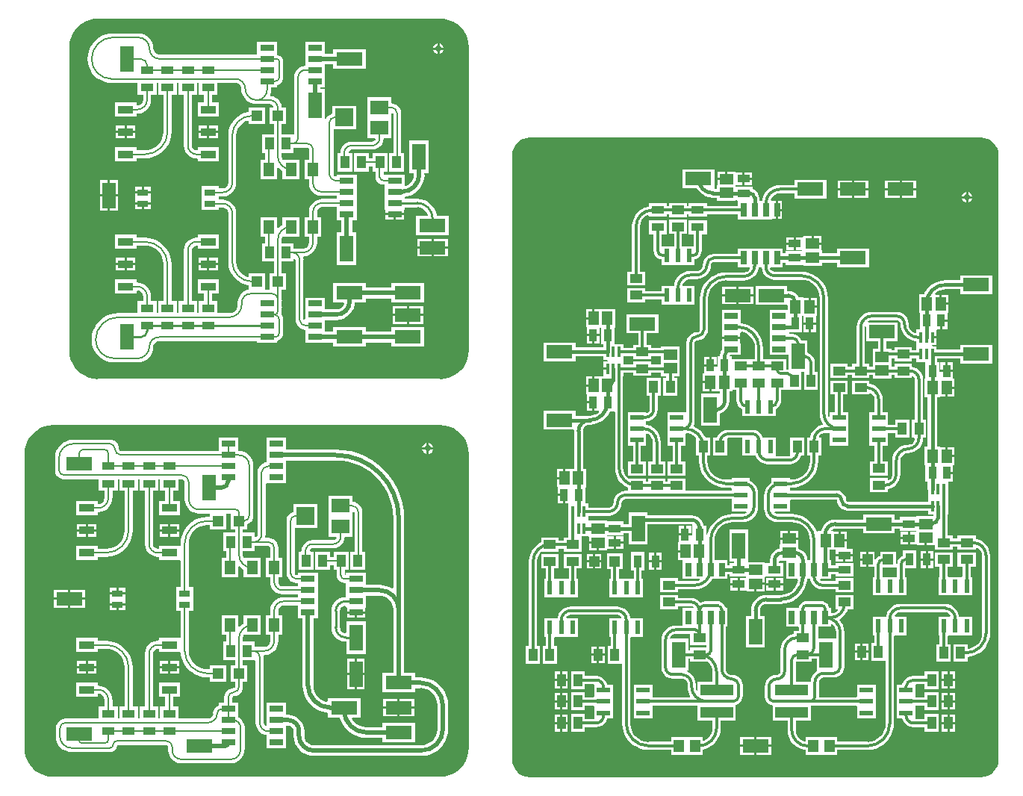
<source format=gtl>
G04*
G04 #@! TF.GenerationSoftware,Altium Limited,Altium Designer,22.11.1 (43)*
G04*
G04 Layer_Physical_Order=1*
G04 Layer_Color=255*
%FSLAX44Y44*%
%MOMM*%
G71*
G04*
G04 #@! TF.SameCoordinates,63F1A2F7-16B8-44B3-AA34-CB54DD539490*
G04*
G04*
G04 #@! TF.FilePolarity,Positive*
G04*
G01*
G75*
%ADD10C,0.2000*%
%ADD11C,0.5000*%
%ADD12C,0.2540*%
%ADD13R,1.1500X1.1500*%
%ADD14R,1.0000X1.4000*%
%ADD15R,1.2700X0.7600*%
%ADD16R,1.7000X0.9000*%
%ADD17R,1.5000X3.0000*%
%ADD18R,3.0000X1.5000*%
%ADD19R,1.4500X0.9000*%
%ADD20R,1.5260X0.6500*%
%ADD21R,2.0000X1.6000*%
%ADD22R,2.0000X2.0000*%
%ADD23R,1.2000X1.5000*%
%ADD24R,1.5250X0.6500*%
%ADD25C,0.3000*%
%ADD26C,0.4000*%
%ADD27R,1.5200X1.1900*%
%ADD28R,1.5000X0.6000*%
%ADD29R,0.6500X1.5260*%
%ADD30R,0.4000X1.2000*%
%ADD31R,0.9400X1.4300*%
%ADD32R,1.1900X1.5200*%
%ADD33R,0.6000X1.5000*%
%ADD34R,1.4000X1.0000*%
%ADD35R,0.9500X1.4500*%
%ADD36R,3.6830X1.2700*%
%ADD37R,1.1500X1.4500*%
%ADD38R,1.0000X1.4500*%
%ADD39R,1.4500X1.0000*%
%ADD40R,1.4500X0.9500*%
%ADD41R,1.4300X0.9400*%
%ADD42C,0.7000*%
G36*
X506760Y889380D02*
X511744Y888183D01*
X516479Y886221D01*
X520849Y883543D01*
X524747Y880215D01*
X528075Y876317D01*
X530754Y871947D01*
X532715Y867212D01*
X533912Y862228D01*
X534300Y857293D01*
X534277Y857118D01*
Y513710D01*
X534300Y513535D01*
X533912Y508600D01*
X532715Y503616D01*
X530754Y498881D01*
X528075Y494511D01*
X524747Y490613D01*
X520849Y487285D01*
X516479Y484606D01*
X511744Y482645D01*
X506760Y481448D01*
X501825Y481060D01*
X501650Y481083D01*
X113660D01*
X113485Y481060D01*
X108550Y481448D01*
X103566Y482645D01*
X98831Y484606D01*
X94461Y487285D01*
X90563Y490613D01*
X87234Y494511D01*
X84556Y498881D01*
X82595Y503616D01*
X81398Y508600D01*
X81053Y512990D01*
X81165Y513842D01*
X81165Y513842D01*
Y857118D01*
X81142Y857293D01*
X81530Y862228D01*
X82727Y867212D01*
X84689Y871947D01*
X87367Y876317D01*
X90695Y880215D01*
X94593Y883543D01*
X98963Y886221D01*
X103698Y888183D01*
X108682Y889380D01*
X113535Y889761D01*
X113660Y889745D01*
X501650D01*
X501825Y889768D01*
X506760Y889380D01*
D02*
G37*
G36*
X1118739Y754502D02*
X1122503Y753360D01*
X1125972Y751506D01*
X1129013Y749011D01*
X1131508Y745970D01*
X1133362Y742501D01*
X1134504Y738737D01*
X1134877Y734946D01*
X1134861Y734822D01*
Y49766D01*
X1134861Y49766D01*
X1134861D01*
X1134768Y48534D01*
X1134504Y45851D01*
X1133362Y42087D01*
X1131508Y38618D01*
X1129013Y35577D01*
X1125972Y33082D01*
X1122503Y31228D01*
X1118739Y30086D01*
X1114947Y29713D01*
X1114824Y29729D01*
X603269D01*
X603268Y29729D01*
X603152Y29714D01*
X599371Y30086D01*
X595607Y31228D01*
X592138Y33082D01*
X589097Y35577D01*
X586602Y38618D01*
X584748Y42087D01*
X583606Y45851D01*
X583232Y49653D01*
X583249Y49784D01*
Y734822D01*
X583232Y734946D01*
X583606Y738737D01*
X584748Y742501D01*
X586602Y745970D01*
X589097Y749011D01*
X592138Y751506D01*
X595607Y753360D01*
X599371Y754502D01*
X603163Y754876D01*
X603286Y754859D01*
X1114824D01*
X1114947Y754876D01*
X1118739Y754502D01*
D02*
G37*
G36*
X506760Y428370D02*
X511744Y427173D01*
X516479Y425211D01*
X520849Y422533D01*
X524747Y419205D01*
X528075Y415307D01*
X530754Y410937D01*
X532715Y406202D01*
X533912Y401218D01*
X534300Y396283D01*
X534277Y396108D01*
X534277Y66040D01*
X534486Y64450D01*
X534277Y62860D01*
X534277D01*
X534311Y62823D01*
X533912Y57750D01*
X532715Y52766D01*
X530754Y48031D01*
X528075Y43661D01*
X524747Y39763D01*
X520849Y36435D01*
X516479Y33756D01*
X511744Y31795D01*
X506760Y30598D01*
X501825Y30210D01*
X501650Y30233D01*
X62860D01*
X62685Y30210D01*
X57750Y30598D01*
X52766Y31795D01*
X48031Y33756D01*
X43661Y36435D01*
X39763Y39763D01*
X36435Y43661D01*
X33756Y48031D01*
X31795Y52766D01*
X30598Y57750D01*
X30259Y62058D01*
X30365Y62860D01*
X30365Y396108D01*
X30342Y396283D01*
X30730Y401218D01*
X31927Y406202D01*
X33888Y410937D01*
X36567Y415307D01*
X39895Y419205D01*
X43793Y422533D01*
X48163Y425211D01*
X52898Y427173D01*
X57882Y428370D01*
X62817Y428758D01*
X62992Y428735D01*
X501650D01*
X501825Y428758D01*
X506760Y428370D01*
D02*
G37*
%LPC*%
G36*
X500961Y861664D02*
Y856923D01*
X505703D01*
X504812Y859074D01*
X503113Y860773D01*
X500961Y861664D01*
D02*
G37*
G36*
X498421D02*
X496270Y860773D01*
X494571Y859074D01*
X493680Y856923D01*
X498421D01*
Y861664D01*
D02*
G37*
G36*
X505703Y854383D02*
X500961D01*
Y849641D01*
X503113Y850532D01*
X504812Y852231D01*
X505703Y854383D01*
D02*
G37*
G36*
X498421D02*
X493680D01*
X494571Y852231D01*
X496270Y850532D01*
X498421Y849641D01*
Y854383D01*
D02*
G37*
G36*
X130883Y872942D02*
X126350Y872585D01*
X121929Y871524D01*
X117729Y869784D01*
X113852Y867408D01*
X110395Y864455D01*
X107442Y860998D01*
X105066Y857121D01*
X103326Y852921D01*
X102265Y848499D01*
X101908Y843967D01*
X101909D01*
X101916Y843931D01*
X102248Y839714D01*
X103244Y835565D01*
X104877Y831624D01*
X107106Y827986D01*
X109877Y824742D01*
X113121Y821971D01*
X116758Y819742D01*
X120700Y818109D01*
X124848Y817113D01*
X129065Y816782D01*
X129101Y816774D01*
X158741D01*
Y803363D01*
X164903D01*
Y797741D01*
X164914Y797687D01*
X164696Y796031D01*
X164036Y794438D01*
X162986Y793070D01*
X161618Y792020D01*
X160025Y791360D01*
X158433Y791151D01*
X157164Y791179D01*
Y794565D01*
X133164D01*
Y778565D01*
X157164D01*
Y781976D01*
X158315D01*
X158438Y782001D01*
X161388Y782291D01*
X164343Y783188D01*
X167066Y784643D01*
X169454Y786602D01*
X171413Y788989D01*
X172868Y791713D01*
X173764Y794668D01*
X174055Y797618D01*
X174079Y797741D01*
Y803363D01*
X180241D01*
Y816774D01*
X181799D01*
Y803363D01*
X187961D01*
Y761165D01*
X188002Y760957D01*
X187621Y757092D01*
X186434Y753177D01*
X184505Y749568D01*
X181909Y746405D01*
X178745Y743809D01*
X175137Y741880D01*
X171221Y740692D01*
X167356Y740312D01*
X167149Y740353D01*
X157164D01*
Y743765D01*
X133164D01*
Y727765D01*
X157164D01*
Y731176D01*
X167149D01*
Y731172D01*
X171841Y731541D01*
X176417Y732640D01*
X180765Y734441D01*
X184778Y736900D01*
X188357Y739957D01*
X191413Y743536D01*
X193872Y747548D01*
X195673Y751896D01*
X196772Y756473D01*
X197141Y761165D01*
X197137D01*
Y803363D01*
X203299D01*
Y816774D01*
X204856D01*
Y803363D01*
X211018D01*
Y745783D01*
X210981D01*
X211480Y741993D01*
X212943Y738461D01*
X215270Y735428D01*
X218303Y733101D01*
X221835Y731638D01*
X225625Y731139D01*
Y731139D01*
X226664Y730581D01*
Y727765D01*
X250664D01*
Y743765D01*
X226664D01*
Y740353D01*
X225625D01*
X225457Y740319D01*
X223521Y740704D01*
X221738Y741896D01*
X220546Y743680D01*
X220161Y745616D01*
X220195Y745783D01*
Y803363D01*
X226356D01*
Y816774D01*
X227914D01*
Y803363D01*
X234076D01*
Y794565D01*
X226664D01*
Y778565D01*
X250664D01*
Y794565D01*
X243252D01*
Y803363D01*
X249414D01*
Y816774D01*
X269567D01*
X269621Y816785D01*
X271277Y816567D01*
X272870Y815907D01*
X274238Y814857D01*
X275288Y813489D01*
X275948Y811896D01*
X276166Y810240D01*
X276155Y810187D01*
X276162Y810150D01*
X276496Y806765D01*
X277494Y803475D01*
X279115Y800443D01*
X281296Y797785D01*
X283953Y795604D01*
X286986Y793983D01*
X290276Y792985D01*
X293660Y792652D01*
X293697Y792644D01*
X308683D01*
X308795Y792667D01*
X310341Y792359D01*
X311747Y791420D01*
X312686Y790014D01*
X312751Y789684D01*
X311946Y788703D01*
X308309D01*
Y770203D01*
X312971D01*
Y758457D01*
X299559D01*
Y737457D01*
X302971D01*
Y729735D01*
X298059D01*
Y707735D01*
X317059D01*
Y719998D01*
X318255Y720426D01*
X318704Y719879D01*
X321673Y717442D01*
X323059Y716702D01*
Y707735D01*
X342059D01*
Y729735D01*
X323059D01*
X323059Y729735D01*
Y729735D01*
X322540Y730818D01*
X322453Y731027D01*
X322117Y733581D01*
X322147Y733735D01*
Y737457D01*
X335559D01*
Y743368D01*
X351101D01*
Y743365D01*
X351816Y743223D01*
X352421Y742819D01*
X352826Y742213D01*
X352968Y741499D01*
X352971D01*
Y729735D01*
X348059D01*
Y707735D01*
X352971D01*
Y702853D01*
X352938D01*
X353420Y699196D01*
X354831Y695789D01*
X357076Y692863D01*
X360002Y690618D01*
X363409Y689207D01*
X367065Y688726D01*
Y688758D01*
X384733D01*
Y685235D01*
X367827D01*
X367661Y685202D01*
X364932Y684933D01*
X362149Y684088D01*
X359583Y682717D01*
X357334Y680872D01*
X355489Y678623D01*
X354117Y676057D01*
X353273Y673274D01*
X353004Y670545D01*
X352971Y670379D01*
Y664735D01*
X348059D01*
Y642735D01*
X352971D01*
Y635543D01*
X353014Y635325D01*
X352561Y633044D01*
X351146Y630926D01*
X349028Y629511D01*
X346747Y629057D01*
X346529Y629101D01*
X335559D01*
Y635013D01*
X322147D01*
Y638735D01*
X322117Y638888D01*
X322453Y641442D01*
X322534Y641637D01*
X323059Y642735D01*
Y642735D01*
X323059Y642735D01*
X342059D01*
Y664735D01*
X323059D01*
Y655768D01*
X321673Y655027D01*
X318704Y652590D01*
X318255Y652043D01*
X317059Y652471D01*
Y664735D01*
X298059D01*
Y642735D01*
X302971D01*
Y635013D01*
X299559D01*
Y614013D01*
X312971D01*
Y600743D01*
X308309D01*
Y582365D01*
X303309D01*
Y600743D01*
X284809D01*
Y597466D01*
X283789Y596710D01*
X281547Y597390D01*
X278468Y599035D01*
X275769Y601250D01*
X273554Y603949D01*
X271908Y607029D01*
X270895Y610370D01*
X270568Y613687D01*
X270599Y613845D01*
Y669217D01*
X270570Y669364D01*
X270292Y672190D01*
X269424Y675049D01*
X268016Y677684D01*
X266120Y679994D01*
X263811Y681889D01*
X261176Y683298D01*
X258317Y684165D01*
X255490Y684444D01*
X255343Y684473D01*
X250664D01*
Y687996D01*
X255343D01*
X255490Y688026D01*
X258317Y688304D01*
X261176Y689171D01*
X263811Y690580D01*
X266120Y692475D01*
X268016Y694785D01*
X269424Y697420D01*
X270292Y700279D01*
X270570Y703105D01*
X270599Y703253D01*
Y757355D01*
X270569Y757508D01*
X270891Y760779D01*
X271890Y764073D01*
X273512Y767108D01*
X275696Y769768D01*
X278356Y771952D01*
X281391Y773574D01*
X283539Y774225D01*
X284809Y773283D01*
Y770203D01*
X303309D01*
Y788703D01*
X284809D01*
Y783775D01*
X283936Y783706D01*
X279865Y782729D01*
X275997Y781127D01*
X272427Y778939D01*
X269244Y776220D01*
X266525Y773037D01*
X264337Y769467D01*
X262735Y765599D01*
X261758Y761528D01*
X261433Y757404D01*
X261423Y757355D01*
Y703253D01*
X261463Y703053D01*
X261034Y700895D01*
X259699Y698897D01*
X257700Y697562D01*
X255543Y697133D01*
X255343Y697173D01*
X250664D01*
Y699885D01*
X230964D01*
Y685285D01*
Y672585D01*
X250664D01*
Y675296D01*
X255343D01*
X255543Y675336D01*
X257700Y674907D01*
X259699Y673572D01*
X261034Y671574D01*
X261463Y669416D01*
X261423Y669217D01*
Y613845D01*
X261432Y613802D01*
X261760Y609631D01*
X262747Y605521D01*
X264364Y601616D01*
X266572Y598013D01*
X269317Y594799D01*
X272531Y592054D01*
X276135Y589845D01*
X280040Y588228D01*
X284150Y587241D01*
X284809Y587189D01*
Y582243D01*
X284809Y582243D01*
X283664Y581985D01*
X283012Y581899D01*
X279446Y580422D01*
X276384Y578072D01*
X274034Y575010D01*
X272557Y571444D01*
X272053Y567617D01*
X272091D01*
Y565077D01*
X272116Y564950D01*
X271812Y562638D01*
X270870Y560365D01*
X269373Y558413D01*
X267421Y556916D01*
X265148Y555974D01*
X262836Y555670D01*
X262709Y555695D01*
X249414D01*
Y569201D01*
X243252D01*
Y577905D01*
X250664D01*
Y593905D01*
X226664D01*
Y577905D01*
X234076D01*
Y569201D01*
X227914D01*
Y555695D01*
X226356D01*
Y569201D01*
X220195D01*
Y626686D01*
X220161Y626854D01*
X220546Y628789D01*
X221738Y630573D01*
X223521Y631765D01*
X225457Y632150D01*
X225625Y632116D01*
X226664D01*
Y628705D01*
X250664D01*
Y644705D01*
X226664D01*
Y641888D01*
X225625Y641330D01*
Y641330D01*
X221835Y640831D01*
X218303Y639368D01*
X215270Y637041D01*
X212943Y634008D01*
X211480Y630476D01*
X210981Y626686D01*
X211018D01*
Y569201D01*
X204856D01*
Y555695D01*
X203299D01*
Y569201D01*
X197137D01*
Y611305D01*
X197141D01*
X196772Y615997D01*
X195673Y620573D01*
X193872Y624921D01*
X191413Y628934D01*
X188357Y632513D01*
X184778Y635569D01*
X180765Y638028D01*
X176417Y639829D01*
X171841Y640928D01*
X167149Y641297D01*
Y641293D01*
X157164D01*
Y644705D01*
X133164D01*
Y628705D01*
X157164D01*
Y632116D01*
X167149D01*
X167356Y632158D01*
X171221Y631777D01*
X175137Y630589D01*
X178745Y628660D01*
X181909Y626064D01*
X184505Y622901D01*
X186434Y619292D01*
X187621Y615377D01*
X188002Y611512D01*
X187961Y611305D01*
Y569201D01*
X181799D01*
Y555695D01*
X180241D01*
Y569201D01*
X174079D01*
Y574475D01*
X174058Y574585D01*
X173761Y577597D01*
X172850Y580600D01*
X171371Y583368D01*
X169380Y585793D01*
X166954Y587784D01*
X164187Y589263D01*
X161184Y590174D01*
X158172Y590471D01*
X158061Y590493D01*
X157164D01*
Y593905D01*
X133164D01*
Y577905D01*
X157164D01*
Y580526D01*
X158434Y581287D01*
X159837Y581102D01*
X161492Y580417D01*
X162913Y579327D01*
X164004Y577905D01*
X164689Y576250D01*
X164915Y574535D01*
X164903Y574475D01*
Y569201D01*
X158741D01*
Y555695D01*
X136725D01*
Y555700D01*
X131994Y555327D01*
X127378Y554219D01*
X122993Y552403D01*
X118946Y549923D01*
X115337Y546841D01*
X112255Y543232D01*
X109775Y539184D01*
X107958Y534799D01*
X106850Y530184D01*
X106478Y525453D01*
X106447D01*
X106941Y520438D01*
X108404Y515616D01*
X110780Y511171D01*
X113976Y507276D01*
X117872Y504079D01*
X122316Y501704D01*
X127138Y500241D01*
X132153Y499747D01*
Y499783D01*
X158569D01*
X158582Y499785D01*
X162091Y500131D01*
X165476Y501158D01*
X168597Y502826D01*
X171332Y505070D01*
X173576Y507805D01*
X175244Y510926D01*
X176271Y514311D01*
X176617Y517820D01*
X176619Y517833D01*
X176580Y518032D01*
X177009Y520190D01*
X178344Y522188D01*
X180342Y523523D01*
X182499Y523952D01*
X182699Y523912D01*
X294309D01*
Y521751D01*
X316569D01*
Y524158D01*
X317148Y524234D01*
X319354Y525148D01*
X321250Y526602D01*
X322704Y528497D01*
X323618Y530704D01*
X323910Y532926D01*
X323939Y533073D01*
Y548313D01*
X323936Y548329D01*
X323592Y550946D01*
X322575Y553400D01*
X321583Y554693D01*
X321852Y555343D01*
X322092Y557164D01*
X322147Y557443D01*
Y561642D01*
X322344Y562848D01*
X322397Y562976D01*
X322397D01*
X322299Y563129D01*
X322157Y564027D01*
Y569094D01*
X322157Y569851D01*
X322397Y570225D01*
X322344Y570353D01*
X322233Y570459D01*
X322151Y571695D01*
X322147Y572963D01*
Y582243D01*
X326809D01*
Y600743D01*
X322147D01*
Y614013D01*
X335559D01*
Y617204D01*
X336829Y617820D01*
X337413Y617361D01*
X337640Y616218D01*
X337623Y616131D01*
Y548821D01*
X337607D01*
X338023Y545657D01*
X339244Y542708D01*
X341187Y540177D01*
X343719Y538234D01*
X346667Y537013D01*
X348549Y536765D01*
Y521751D01*
X370809D01*
Y522383D01*
X380607D01*
Y517501D01*
X417607D01*
Y522383D01*
X446647D01*
Y517501D01*
X483647D01*
Y539501D01*
X446647D01*
Y534618D01*
X417607D01*
Y539501D01*
X380607D01*
Y534618D01*
X370809D01*
Y547783D01*
X383867D01*
X384015Y547812D01*
X388031Y548208D01*
X392035Y549422D01*
X395725Y551395D01*
X398959Y554049D01*
X401613Y557283D01*
X403585Y560973D01*
X404800Y564977D01*
X405052Y567539D01*
X417607D01*
Y572421D01*
X446647D01*
Y567539D01*
X483647D01*
Y589539D01*
X446647D01*
Y584656D01*
X417607D01*
Y589539D01*
X380607D01*
Y567539D01*
X391863D01*
X392542Y566269D01*
X391828Y564545D01*
X390367Y562641D01*
X388463Y561180D01*
X386246Y560262D01*
X384077Y559977D01*
X383867Y560018D01*
X370809D01*
Y573351D01*
X348549D01*
Y559851D01*
Y548813D01*
X347279Y548139D01*
X346858Y548425D01*
X346790Y548771D01*
X346799Y548821D01*
Y616131D01*
X346822D01*
X346490Y618654D01*
X346495Y618808D01*
X347381Y619966D01*
X347530Y620036D01*
X349574Y620237D01*
X352501Y621125D01*
X355199Y622567D01*
X357564Y624508D01*
X359505Y626873D01*
X360947Y629571D01*
X361835Y632498D01*
X362122Y635413D01*
X362147Y635543D01*
Y642735D01*
X367059D01*
Y664735D01*
X362147D01*
Y670379D01*
X362112Y670559D01*
X362514Y672580D01*
X363760Y674445D01*
X365626Y675692D01*
X367647Y676094D01*
X367827Y676058D01*
X384733D01*
Y661197D01*
X389746D01*
Y647331D01*
X384863D01*
Y610331D01*
X406863D01*
Y647331D01*
X401981D01*
Y661197D01*
X406993D01*
Y673897D01*
Y686597D01*
Y699297D01*
Y712797D01*
X384733D01*
Y710635D01*
X382851D01*
Y710635D01*
X382080Y710788D01*
X381426Y711225D01*
X380989Y711879D01*
X380835Y712651D01*
X380835D01*
Y763921D01*
X406577D01*
Y790921D01*
X379577D01*
Y781773D01*
X378826Y781674D01*
X376496Y780709D01*
X374495Y779173D01*
X372959Y777172D01*
X371994Y774842D01*
X371949Y774503D01*
X370679Y774586D01*
Y809891D01*
X365797D01*
Y811913D01*
X370809D01*
Y824613D01*
Y837945D01*
X380607D01*
Y833063D01*
X417607D01*
Y855063D01*
X380607D01*
Y850180D01*
X370809D01*
Y863513D01*
X348549D01*
Y850013D01*
Y835925D01*
X345588Y835535D01*
X342493Y834253D01*
X339836Y832214D01*
X337797Y829557D01*
X336515Y826462D01*
X336077Y823141D01*
X336099D01*
Y759503D01*
X335559Y758457D01*
X322147D01*
Y770203D01*
X326809D01*
Y788703D01*
X322129D01*
X321715Y791848D01*
X320367Y795102D01*
X318223Y797896D01*
X315429Y800041D01*
X312175Y801388D01*
X309675Y801717D01*
X309320Y802116D01*
X308889Y803102D01*
X309704Y805791D01*
X310008Y808879D01*
X310027Y808975D01*
Y811913D01*
X316569D01*
Y814340D01*
X317029Y814400D01*
X319275Y815331D01*
X321204Y816810D01*
X322683Y818739D01*
X323614Y820985D01*
X323914Y823268D01*
X323939Y823395D01*
Y840667D01*
X323880Y840965D01*
X323648Y842728D01*
X322852Y844649D01*
X321587Y846298D01*
X319937Y847564D01*
X318016Y848359D01*
X316569Y848550D01*
Y863513D01*
X294309D01*
Y848651D01*
X183621D01*
X183557Y848638D01*
X181804Y848869D01*
X180110Y849570D01*
X178655Y850686D01*
X177539Y852141D01*
X176838Y853835D01*
X176607Y855588D01*
X176619Y855653D01*
X176610Y855702D01*
X176282Y859024D01*
X175299Y862267D01*
X173702Y865255D01*
X171552Y867874D01*
X168933Y870023D01*
X165945Y871620D01*
X162703Y872604D01*
X159380Y872931D01*
X159331Y872941D01*
X130883D01*
Y872942D01*
D02*
G37*
G36*
X249704Y768205D02*
X239934D01*
Y762435D01*
X249704D01*
Y768205D01*
D02*
G37*
G36*
X237394D02*
X227624D01*
Y762435D01*
X237394D01*
Y768205D01*
D02*
G37*
G36*
X156204D02*
X146434D01*
Y762435D01*
X156204D01*
Y768205D01*
D02*
G37*
G36*
X143894D02*
X134124D01*
Y762435D01*
X143894D01*
Y768205D01*
D02*
G37*
G36*
X249704Y759895D02*
X239934D01*
Y754125D01*
X249704D01*
Y759895D01*
D02*
G37*
G36*
X237394D02*
X227624D01*
Y754125D01*
X237394D01*
Y759895D01*
D02*
G37*
G36*
X156204D02*
X146434D01*
Y754125D01*
X156204D01*
Y759895D01*
D02*
G37*
G36*
X143894D02*
X134124D01*
Y754125D01*
X143894D01*
Y759895D01*
D02*
G37*
G36*
X446577Y800671D02*
X419577D01*
Y778441D01*
X419577Y777671D01*
X419577Y776401D01*
Y754171D01*
X427219D01*
X428261Y752901D01*
X428222Y752702D01*
X427350Y751398D01*
X426046Y750526D01*
X424604Y750239D01*
X424507Y750259D01*
X401139D01*
Y750280D01*
X397818Y749843D01*
X394723Y748561D01*
X392066Y746522D01*
X390027Y743865D01*
X388745Y740770D01*
X388307Y737449D01*
X387173Y737121D01*
X384917D01*
Y716121D01*
X401917D01*
Y737121D01*
X398629D01*
X397661Y738391D01*
X397753Y738851D01*
X398547Y740041D01*
X399737Y740835D01*
X401060Y741098D01*
X401139Y741082D01*
X424507D01*
Y741058D01*
X427919Y741507D01*
X431099Y742824D01*
X433829Y744919D01*
X435924Y747649D01*
X437241Y750829D01*
X437681Y754171D01*
X446577D01*
Y776401D01*
X446577Y777171D01*
X446577Y778441D01*
Y781874D01*
X447832Y782983D01*
X448461Y781899D01*
Y737121D01*
X444049D01*
Y716121D01*
X461049D01*
Y737121D01*
X457637D01*
Y781899D01*
X457651D01*
X457246Y784972D01*
X456060Y787835D01*
X454173Y790294D01*
X451714Y792181D01*
X448850Y793368D01*
X446577Y793667D01*
Y800671D01*
D02*
G37*
G36*
X488847Y751217D02*
X466847D01*
Y714217D01*
X471730D01*
Y712651D01*
X471792Y712335D01*
X471381Y709211D01*
X470053Y706005D01*
X467941Y703253D01*
X465189Y701141D01*
X462503Y700028D01*
X461233Y700722D01*
Y712797D01*
X438973D01*
Y710635D01*
X437637D01*
Y716121D01*
X442049D01*
Y737121D01*
X425049D01*
Y731209D01*
X420917D01*
Y737121D01*
X403917D01*
Y716121D01*
X420917D01*
Y722032D01*
X425049D01*
Y716121D01*
X428461D01*
Y710459D01*
X428494Y710291D01*
X428779Y708132D01*
X429677Y705964D01*
X431105Y704102D01*
X432967Y702674D01*
X435135Y701776D01*
X437294Y701492D01*
X437461Y701458D01*
X438973D01*
Y686597D01*
X438973Y673897D01*
X439933Y673148D01*
X439933Y672627D01*
Y669217D01*
X460273D01*
X460273Y673148D01*
X461233Y673897D01*
X461233Y674485D01*
Y675783D01*
X475643D01*
X475869Y675828D01*
X478919Y675427D01*
X481971Y674162D01*
X484592Y672151D01*
X486603Y669530D01*
X487542Y667263D01*
X486694Y665993D01*
X474587D01*
Y643993D01*
X511587D01*
Y665993D01*
X497690D01*
X497536Y667557D01*
X496266Y671745D01*
X494203Y675604D01*
X491427Y678986D01*
X488044Y681762D01*
X484185Y683825D01*
X479998Y685095D01*
X475643Y685524D01*
Y685510D01*
X461233D01*
Y687489D01*
X463504Y687713D01*
X468274Y689160D01*
X472669Y691509D01*
X476522Y694671D01*
X479685Y698524D01*
X482034Y702920D01*
X483481Y707690D01*
X483970Y712651D01*
X483965D01*
Y714217D01*
X488847D01*
Y751217D01*
D02*
G37*
G36*
X173504Y698925D02*
X165884D01*
Y693855D01*
X173504D01*
Y698925D01*
D02*
G37*
G36*
X163344D02*
X155724D01*
Y693855D01*
X163344D01*
Y698925D01*
D02*
G37*
G36*
X136097Y706767D02*
X127327D01*
Y690497D01*
X136097D01*
Y706767D01*
D02*
G37*
G36*
X124787D02*
X116017D01*
Y690497D01*
X124787D01*
Y706767D01*
D02*
G37*
G36*
X173504Y691315D02*
X155724D01*
Y687495D01*
X155724Y686245D01*
X155724Y684975D01*
Y681155D01*
X173504D01*
Y684975D01*
X173504Y686225D01*
X173504Y687495D01*
Y691315D01*
D02*
G37*
G36*
Y678615D02*
X165884D01*
Y673545D01*
X173504D01*
Y678615D01*
D02*
G37*
G36*
X163344D02*
X155724D01*
Y673545D01*
X163344D01*
Y678615D01*
D02*
G37*
G36*
X136097Y687957D02*
X127327D01*
Y671687D01*
X136097D01*
Y687957D01*
D02*
G37*
G36*
X124787D02*
X116017D01*
Y671687D01*
X124787D01*
Y687957D01*
D02*
G37*
G36*
X460273Y666677D02*
X451373D01*
Y662157D01*
X460273D01*
Y666677D01*
D02*
G37*
G36*
X448833D02*
X439933D01*
Y662157D01*
X448833D01*
Y666677D01*
D02*
G37*
G36*
X510627Y640014D02*
X494357D01*
Y631244D01*
X510627D01*
Y640014D01*
D02*
G37*
G36*
X491817D02*
X475547D01*
Y631244D01*
X491817D01*
Y640014D01*
D02*
G37*
G36*
X510627Y628704D02*
X494357D01*
Y619934D01*
X510627D01*
Y628704D01*
D02*
G37*
G36*
X491817D02*
X475547D01*
Y619934D01*
X491817D01*
Y628704D01*
D02*
G37*
G36*
X249704Y618345D02*
X239934D01*
Y612575D01*
X249704D01*
Y618345D01*
D02*
G37*
G36*
X237394D02*
X227624D01*
Y612575D01*
X237394D01*
Y618345D01*
D02*
G37*
G36*
X156204D02*
X146434D01*
Y612575D01*
X156204D01*
Y618345D01*
D02*
G37*
G36*
X143894D02*
X134124D01*
Y612575D01*
X143894D01*
Y618345D01*
D02*
G37*
G36*
X249704Y610035D02*
X239934D01*
Y604265D01*
X249704D01*
Y610035D01*
D02*
G37*
G36*
X237394D02*
X227624D01*
Y604265D01*
X237394D01*
Y610035D01*
D02*
G37*
G36*
X156204D02*
X146434D01*
Y604265D01*
X156204D01*
Y610035D01*
D02*
G37*
G36*
X143894D02*
X134124D01*
Y604265D01*
X143894D01*
Y610035D01*
D02*
G37*
G36*
X482687Y563560D02*
X466417D01*
Y554790D01*
X482687D01*
Y563560D01*
D02*
G37*
G36*
X463877D02*
X447607D01*
Y554790D01*
X463877D01*
Y563560D01*
D02*
G37*
G36*
X482687Y552250D02*
X466417D01*
Y543480D01*
X482687D01*
Y552250D01*
D02*
G37*
G36*
X463877D02*
X447607D01*
Y543480D01*
X463877D01*
Y552250D01*
D02*
G37*
G36*
X855274Y715446D02*
X846854D01*
Y709476D01*
X855274D01*
Y715446D01*
D02*
G37*
G36*
X825010Y716396D02*
X816140D01*
Y709176D01*
X825010D01*
Y716396D01*
D02*
G37*
G36*
X855274Y706936D02*
X846854D01*
Y700966D01*
X855274D01*
Y706936D01*
D02*
G37*
G36*
X1041432Y706236D02*
X1025162D01*
Y697466D01*
X1041432D01*
Y706236D01*
D02*
G37*
G36*
X1022622D02*
X1006352D01*
Y697466D01*
X1022622D01*
Y706236D01*
D02*
G37*
G36*
X987330D02*
X971060D01*
Y697466D01*
X987330D01*
Y706236D01*
D02*
G37*
G36*
X968520D02*
X952250D01*
Y697466D01*
X968520D01*
Y706236D01*
D02*
G37*
G36*
X1100600Y693064D02*
Y688322D01*
X1105342D01*
X1104450Y690473D01*
X1102751Y692173D01*
X1100600Y693064D01*
D02*
G37*
G36*
X1098060D02*
X1095909Y692173D01*
X1094210Y690473D01*
X1093318Y688322D01*
X1098060D01*
Y693064D01*
D02*
G37*
G36*
X1041432Y694926D02*
X1025162D01*
Y686156D01*
X1041432D01*
Y694926D01*
D02*
G37*
G36*
X1022622D02*
X1006352D01*
Y686156D01*
X1022622D01*
Y694926D01*
D02*
G37*
G36*
X987330D02*
X971060D01*
Y686156D01*
X987330D01*
Y694926D01*
D02*
G37*
G36*
X968520D02*
X952250D01*
Y686156D01*
X968520D01*
Y694926D01*
D02*
G37*
G36*
X812530Y718706D02*
X776530D01*
Y697706D01*
X792277D01*
X793050Y696259D01*
X795725Y693001D01*
X798983Y690327D01*
X802701Y688339D01*
X806735Y687116D01*
X810930Y686703D01*
Y686708D01*
X815680D01*
Y683156D01*
X836880D01*
Y684106D01*
X838697D01*
X839334Y683100D01*
X839334Y682836D01*
Y677058D01*
X804018D01*
Y680720D01*
X783518D01*
Y677058D01*
X781535D01*
Y680470D01*
X761035D01*
Y677058D01*
X758552D01*
Y680720D01*
X738052D01*
Y676681D01*
X737655Y676642D01*
X733379Y675345D01*
X729438Y673239D01*
X725984Y670404D01*
X723150Y666950D01*
X721043Y663009D01*
X719746Y658733D01*
X719308Y654286D01*
X719330D01*
Y602906D01*
X713668D01*
Y586906D01*
X734168D01*
Y602906D01*
X728506D01*
Y654286D01*
X728459Y654522D01*
X728894Y657825D01*
X730260Y661123D01*
X732433Y663955D01*
X735265Y666128D01*
X736996Y666845D01*
X738052Y666140D01*
Y665220D01*
X758552D01*
Y667882D01*
X761035D01*
Y664470D01*
X781535D01*
Y667882D01*
X783518D01*
Y665220D01*
X804018D01*
Y667882D01*
X839334D01*
Y661840D01*
X850764D01*
X851834Y661840D01*
X853104Y661840D01*
X863464D01*
X864534Y661840D01*
X865804Y661840D01*
X876815D01*
X877234Y661840D01*
X878314Y662300D01*
X878504Y662300D01*
X882414D01*
Y682640D01*
X878314Y682640D01*
X877234Y683100D01*
X876404Y684370D01*
X877050Y685931D01*
X878873Y688307D01*
X881249Y690130D01*
X884017Y691276D01*
X886807Y691644D01*
X886986Y691608D01*
X903530D01*
Y685696D01*
X939530D01*
Y706696D01*
X903530D01*
Y700784D01*
X886986D01*
Y700795D01*
X882967Y700399D01*
X879102Y699227D01*
X875541Y697323D01*
X872419Y694761D01*
X869857Y691640D01*
X867953Y688078D01*
X866781Y684213D01*
X866671Y683100D01*
X864280Y683100D01*
X863382Y683998D01*
Y686036D01*
X863367Y686111D01*
X863007Y688848D01*
X861922Y691468D01*
X860195Y693717D01*
X857946Y695444D01*
X855734Y696360D01*
Y699506D01*
X836880D01*
Y700966D01*
X844314D01*
Y708206D01*
Y715446D01*
X836420D01*
Y716396D01*
X827550D01*
Y707906D01*
X826280D01*
Y706636D01*
X816140D01*
Y701056D01*
X815680D01*
Y696904D01*
X813468D01*
X812530Y697706D01*
Y718706D01*
D02*
G37*
G36*
X1105342Y685782D02*
X1100600D01*
Y681040D01*
X1102751Y681932D01*
X1104450Y683631D01*
X1105342Y685782D01*
D02*
G37*
G36*
X1098060D02*
X1093318D01*
X1094210Y683631D01*
X1095909Y681932D01*
X1098060Y681040D01*
Y685782D01*
D02*
G37*
G36*
X889474Y682640D02*
X884954D01*
Y673740D01*
X889474D01*
Y682640D01*
D02*
G37*
G36*
Y671200D02*
X884954D01*
Y662300D01*
X889474D01*
Y671200D01*
D02*
G37*
G36*
X902480Y641870D02*
X894060D01*
Y635900D01*
X902480D01*
Y641870D01*
D02*
G37*
G36*
X934210Y642820D02*
X925340D01*
Y635600D01*
X934210D01*
Y642820D01*
D02*
G37*
G36*
X781535Y661470D02*
X761035D01*
Y645470D01*
X766828D01*
Y632304D01*
X766049Y631526D01*
X765558Y631406D01*
X764416D01*
X764146Y631406D01*
X752890D01*
Y645220D01*
X758552D01*
Y660720D01*
X738052D01*
Y645220D01*
X743714D01*
Y626819D01*
X743712D01*
X744070Y624100D01*
X745119Y621567D01*
X746788Y619392D01*
X748963Y617723D01*
X751496Y616674D01*
X752416Y616553D01*
Y610406D01*
X764146D01*
X764416Y610406D01*
X765416D01*
X765686Y610406D01*
X777146D01*
X777416Y610406D01*
X778416D01*
X778686Y610406D01*
X790416D01*
Y616582D01*
X791001Y616659D01*
X793393Y617650D01*
X795448Y619226D01*
X797024Y621281D01*
X798015Y623673D01*
X798346Y626191D01*
X798356Y626240D01*
Y645220D01*
X804018D01*
Y660720D01*
X783518D01*
Y645220D01*
X789180D01*
Y631406D01*
X778686D01*
X778416Y631406D01*
X777274Y631406D01*
X776004Y631715D01*
Y645470D01*
X781535D01*
Y661470D01*
D02*
G37*
G36*
X902480Y633360D02*
X894060D01*
Y627390D01*
X902480D01*
Y633360D01*
D02*
G37*
G36*
X922800Y642820D02*
X913930D01*
X913158Y641870D01*
X912660Y641870D01*
X905020D01*
Y634630D01*
Y627390D01*
X911894D01*
X912335Y626707D01*
X912451Y626120D01*
X912277Y625930D01*
X893600D01*
Y623328D01*
X889934D01*
Y628860D01*
X878504D01*
X877434Y628860D01*
X876164Y628860D01*
X865804D01*
X864734Y628860D01*
X863464Y628860D01*
X853104D01*
X852034Y628860D01*
X850764Y628860D01*
X839334D01*
Y622818D01*
X811814D01*
Y622835D01*
X808647Y622418D01*
X805696Y621195D01*
X803161Y619251D01*
X801217Y616716D01*
X799994Y613765D01*
X799577Y610598D01*
X799577D01*
X799455Y609379D01*
X799373Y608756D01*
X798662Y607039D01*
X797531Y605565D01*
X796057Y604434D01*
X794340Y603723D01*
X792565Y603489D01*
X792498Y603502D01*
X785386D01*
Y603503D01*
X781765Y603147D01*
X778284Y602091D01*
X775075Y600376D01*
X772262Y598068D01*
X769954Y595255D01*
X768239Y592047D01*
X767183Y588565D01*
X766971Y586406D01*
X765686D01*
X765416Y586406D01*
X764416D01*
X764146Y586406D01*
X752416D01*
Y580494D01*
X734168D01*
Y583906D01*
X713668D01*
Y567906D01*
X734168D01*
Y571318D01*
X752416D01*
Y565406D01*
X764146D01*
X764416Y565406D01*
X765416D01*
X765686Y565406D01*
X777146D01*
X777416Y565406D01*
X778416D01*
X778686Y565406D01*
X790416D01*
Y586406D01*
X778686D01*
X778416Y586406D01*
X777416D01*
X777118Y586406D01*
X776811Y586756D01*
X776405Y587676D01*
X777225Y589656D01*
X778723Y591608D01*
X780674Y593105D01*
X782947Y594047D01*
X785260Y594351D01*
X785386Y594326D01*
X792498D01*
X792596Y594346D01*
X795671Y594648D01*
X798721Y595574D01*
X801533Y597076D01*
X803997Y599099D01*
X806020Y601563D01*
X807522Y604375D01*
X808448Y607425D01*
X808751Y610500D01*
X808770Y610598D01*
X808760Y610648D01*
X808983Y611771D01*
X809648Y612765D01*
X810641Y613429D01*
X811764Y613652D01*
X811814Y613642D01*
X839334D01*
Y607600D01*
X852317Y607600D01*
X853022Y606544D01*
X852700Y605767D01*
X851488Y604187D01*
X849907Y602974D01*
X848067Y602212D01*
X846172Y601962D01*
X846092Y601978D01*
X826280D01*
Y601983D01*
X821588Y601613D01*
X817012Y600515D01*
X812664Y598714D01*
X808651Y596255D01*
X805072Y593198D01*
X802016Y589619D01*
X799557Y585606D01*
X797756Y581258D01*
X796657Y576682D01*
X796288Y571990D01*
X796292D01*
Y537192D01*
X796302Y537142D01*
X796079Y536024D01*
X795418Y535034D01*
X794428Y534373D01*
X793260Y534177D01*
Y534177D01*
X790096Y533760D01*
X787148Y532539D01*
X784616Y530596D01*
X782673Y528064D01*
X781452Y525116D01*
X781035Y521952D01*
X781052D01*
Y444623D01*
X780286Y443670D01*
X779782Y443670D01*
X759286D01*
Y431940D01*
X759286Y431670D01*
Y430670D01*
X759286Y430400D01*
Y418940D01*
X759286Y418670D01*
Y417670D01*
X759286Y417400D01*
Y405670D01*
X765198D01*
Y387274D01*
X759786D01*
Y371274D01*
X779786D01*
Y387274D01*
X774374D01*
Y405670D01*
X780286D01*
Y417400D01*
X780286Y417670D01*
Y418670D01*
X780286Y419125D01*
X781227Y419978D01*
X782858Y419818D01*
X785796Y418926D01*
X788503Y417479D01*
X790877Y415531D01*
X792016Y414143D01*
Y394456D01*
X795428D01*
Y387886D01*
X795423D01*
X795793Y383195D01*
X796891Y378618D01*
X798692Y374270D01*
X801152Y370257D01*
X804208Y366679D01*
X807787Y363622D01*
X811800Y361163D01*
X816148Y359362D01*
X820724Y358263D01*
X825416Y357894D01*
Y357898D01*
X831795D01*
X832104Y356628D01*
X832104Y356486D01*
X832104D01*
Y355486D01*
X832104D01*
Y354074D01*
X779786D01*
Y368274D01*
X759786D01*
Y364862D01*
X757286D01*
Y368274D01*
X737286D01*
Y364862D01*
X734786D01*
Y368274D01*
X715077D01*
X713667Y369431D01*
X711711Y371814D01*
X710258Y374533D01*
X709363Y377482D01*
X709073Y380426D01*
X709098Y380550D01*
Y483812D01*
X709510D01*
Y488224D01*
X721030D01*
Y484812D01*
X741030D01*
Y488224D01*
X752187D01*
Y484162D01*
X758198D01*
Y482284D01*
X754787D01*
Y461784D01*
X770787D01*
Y482284D01*
X767375D01*
Y484162D01*
X773387D01*
Y517862D01*
X752187D01*
Y516400D01*
X741030D01*
Y519812D01*
X735618D01*
Y533042D01*
X749030D01*
Y554042D01*
X713030D01*
Y533042D01*
X726442D01*
Y519812D01*
X721030D01*
Y516400D01*
X709510D01*
Y520812D01*
X699210D01*
Y539292D01*
X700160D01*
Y560492D01*
X682260D01*
Y560032D01*
X676680D01*
Y549892D01*
X675410D01*
Y548622D01*
X666920D01*
Y539752D01*
X667870D01*
Y532112D01*
X682350D01*
Y539292D01*
X683810D01*
Y520692D01*
X686412D01*
Y516910D01*
X655050D01*
Y522312D01*
X619050D01*
Y501312D01*
X655050D01*
Y506714D01*
X686510D01*
Y502812D01*
X691140D01*
X691896Y501542D01*
X691794Y501352D01*
X686970D01*
Y494082D01*
X691510D01*
Y491542D01*
X686970D01*
Y484292D01*
X682260D01*
Y483832D01*
X676680D01*
Y473692D01*
X675410D01*
Y472422D01*
X666920D01*
Y463552D01*
X667870D01*
Y455912D01*
X675110D01*
Y454642D01*
X676380D01*
Y444952D01*
X681249D01*
X681689Y444292D01*
X681784Y443682D01*
X679672Y441949D01*
X677032Y440538D01*
X674168Y439669D01*
X671340Y439390D01*
X671190Y439420D01*
X655050D01*
Y444822D01*
X619050D01*
Y423822D01*
X652759D01*
X653612Y422881D01*
X653509Y421841D01*
X653484Y421714D01*
Y379136D01*
X649332D01*
Y378676D01*
X643752D01*
Y368536D01*
X642482D01*
Y367266D01*
X633992D01*
Y358396D01*
X634942D01*
Y351010D01*
X642182D01*
Y349740D01*
X643452D01*
Y340050D01*
X645952D01*
X647082Y339712D01*
Y321712D01*
X647082D01*
Y320712D01*
X647082D01*
Y302712D01*
X647082D01*
X647053Y301454D01*
X641832D01*
Y298042D01*
X636082D01*
Y301454D01*
X616082D01*
Y295756D01*
X612963Y294088D01*
X609385Y291152D01*
X606448Y287573D01*
X604266Y283491D01*
X602922Y279061D01*
X602468Y274454D01*
X602494D01*
Y178486D01*
X599082D01*
Y158486D01*
X615082D01*
Y178486D01*
X611670D01*
Y274454D01*
X611619Y274712D01*
X612079Y278207D01*
X613527Y281703D01*
X615831Y284705D01*
X616807Y285454D01*
X636082D01*
Y288866D01*
X641832D01*
Y285454D01*
X662332D01*
Y301454D01*
X662332D01*
X662361Y302712D01*
X670082D01*
X670142Y302462D01*
X670205D01*
X670602Y301657D01*
Y296882D01*
X680742D01*
Y295612D01*
X682011D01*
Y287122D01*
X690882D01*
Y288072D01*
X698472D01*
Y295312D01*
Y302552D01*
X691341D01*
Y304012D01*
X709892D01*
Y306614D01*
X715704D01*
Y293712D01*
X736704D01*
Y316194D01*
X786910D01*
X787013Y316215D01*
X787642Y316089D01*
X787914Y314932D01*
X787914Y314932D01*
X787914Y314932D01*
Y296332D01*
X786454D01*
Y303512D01*
X771974D01*
Y295872D01*
X771024D01*
Y287002D01*
X779514D01*
Y284462D01*
X771024D01*
Y275592D01*
X775442D01*
X776664Y275476D01*
Y254216D01*
X789164D01*
Y254216D01*
X789364D01*
Y254216D01*
X795665D01*
X795917Y252946D01*
X794086Y252188D01*
X790916Y251770D01*
X790694Y251814D01*
X771506D01*
Y255226D01*
X751006D01*
Y239226D01*
X771506D01*
Y242638D01*
X790694D01*
Y242619D01*
X795030Y243046D01*
X799200Y244311D01*
X803043Y246365D01*
X806411Y249129D01*
X809175Y252498D01*
X810094Y254216D01*
X814564Y254216D01*
X815834Y254216D01*
X827264D01*
Y259748D01*
X830100D01*
Y257146D01*
X848700D01*
Y255686D01*
X841520D01*
Y248446D01*
Y241206D01*
X849160D01*
Y240256D01*
X858030D01*
Y248746D01*
X859300D01*
Y250016D01*
X869440D01*
Y255596D01*
X869900D01*
Y256224D01*
X870740Y257146D01*
X871170Y257146D01*
X891040D01*
Y272546D01*
X885988D01*
Y274298D01*
X886800Y275232D01*
X887117Y275232D01*
X894054D01*
Y254216D01*
X906472D01*
X906872Y254139D01*
X907656Y253275D01*
X907584Y252548D01*
X906425Y248726D01*
X904542Y245205D01*
X902009Y242118D01*
X898922Y239584D01*
X895400Y237702D01*
X891578Y236542D01*
X887836Y236174D01*
X887604Y236220D01*
X872000D01*
X871877Y236196D01*
X868530Y235866D01*
X865194Y234854D01*
X862119Y233210D01*
X859424Y230998D01*
X857212Y228303D01*
X855568Y225228D01*
X854556Y221892D01*
X854226Y218545D01*
X854202Y218422D01*
Y212292D01*
X848800D01*
Y176292D01*
X869800D01*
Y212292D01*
X864398D01*
Y218422D01*
X864376Y218532D01*
X864622Y220399D01*
X865385Y222241D01*
X866599Y223823D01*
X868181Y225037D01*
X870023Y225800D01*
X871890Y226046D01*
X872000Y226024D01*
X887604D01*
X887637Y226031D01*
X892374Y226404D01*
X897027Y227521D01*
X901448Y229352D01*
X905528Y231852D01*
X909167Y234960D01*
X912274Y238598D01*
X914775Y242678D01*
X916606Y247099D01*
X917723Y251752D01*
X917917Y254216D01*
X919254Y254216D01*
X921406Y254216D01*
X921563Y253027D01*
X922968Y249636D01*
X925202Y246724D01*
X928114Y244490D01*
X931505Y243085D01*
X935144Y242606D01*
Y242638D01*
X949888D01*
Y239226D01*
X970388D01*
Y255226D01*
X949888D01*
Y251814D01*
X935144D01*
X935004Y251787D01*
X933266Y252132D01*
X932725Y252494D01*
X932585Y253870D01*
X932868Y254216D01*
X944654D01*
Y259748D01*
X949888D01*
Y257146D01*
X970188D01*
Y272546D01*
X949888D01*
Y269944D01*
X944654D01*
Y275476D01*
X943502D01*
Y287324D01*
X947654D01*
Y287784D01*
X950348D01*
Y282516D01*
X969728D01*
Y288486D01*
X962994D01*
Y296654D01*
X954504D01*
Y297924D01*
X953234D01*
Y308064D01*
X947654D01*
Y308524D01*
X945861D01*
X945299Y309663D01*
X945401Y309796D01*
X946762Y310840D01*
X948348Y311497D01*
X949968Y311711D01*
X950050Y311694D01*
X981000D01*
Y306292D01*
X1017000D01*
Y311694D01*
X1023140D01*
Y309092D01*
X1041740D01*
Y307632D01*
X1034560D01*
Y300392D01*
Y293152D01*
X1042200D01*
Y292274D01*
X1051070D01*
Y300764D01*
X1053610D01*
Y292274D01*
X1062480D01*
X1062706Y291098D01*
Y287384D01*
X1082706D01*
Y290796D01*
X1088456D01*
Y287384D01*
X1108956D01*
Y289279D01*
X1110012Y289985D01*
X1111156Y289511D01*
X1113214Y287932D01*
X1114793Y285874D01*
X1115785Y283478D01*
X1116106Y281046D01*
X1116078Y280906D01*
Y193022D01*
X1116110Y192860D01*
X1115779Y189498D01*
X1114751Y186109D01*
X1113081Y182985D01*
X1110835Y180247D01*
X1108097Y178001D01*
X1104974Y176331D01*
X1101584Y175303D01*
X1100647Y175211D01*
X1099706Y176064D01*
Y180416D01*
X1083706D01*
Y160416D01*
X1099706D01*
Y165962D01*
X1102313Y166167D01*
X1106462Y167163D01*
X1110404Y168796D01*
X1114042Y171025D01*
X1117286Y173796D01*
X1120057Y177040D01*
X1122286Y180678D01*
X1123919Y184620D01*
X1124915Y188769D01*
X1125247Y192986D01*
X1125254Y193022D01*
Y280906D01*
X1125258D01*
X1124891Y284627D01*
X1123806Y288204D01*
X1122044Y291501D01*
X1119672Y294391D01*
X1116783Y296762D01*
X1113486Y298524D01*
X1109908Y299610D01*
X1108956Y299703D01*
Y303384D01*
X1088456D01*
Y299972D01*
X1082706D01*
Y303384D01*
X1077294D01*
Y327786D01*
X1077706D01*
Y345786D01*
X1077706D01*
Y346786D01*
X1077706D01*
Y364786D01*
X1078912Y364942D01*
X1083346D01*
Y373362D01*
X1076106D01*
Y375902D01*
X1083346D01*
Y383542D01*
X1084296D01*
Y392412D01*
X1075806D01*
Y393682D01*
X1074536D01*
Y403822D01*
X1068956D01*
Y404282D01*
X1064804D01*
Y460552D01*
X1068956D01*
Y461012D01*
X1074536D01*
Y471152D01*
X1075806D01*
Y472422D01*
X1084296D01*
Y481292D01*
X1083346D01*
Y488932D01*
X1068866D01*
Y481752D01*
X1067406D01*
Y500352D01*
X1064804D01*
Y504207D01*
X1091490D01*
Y498805D01*
X1127490D01*
Y519804D01*
X1091490D01*
Y514402D01*
X1064706D01*
Y518304D01*
X1060075D01*
X1059319Y519574D01*
X1059422Y519765D01*
X1064246D01*
Y527035D01*
X1059706D01*
Y529575D01*
X1064246D01*
Y536845D01*
X1065177Y537662D01*
X1068336D01*
Y547352D01*
X1069606D01*
Y548622D01*
X1076846D01*
Y556262D01*
X1077796D01*
Y565132D01*
X1069306D01*
Y566402D01*
X1068036D01*
Y576542D01*
X1063464D01*
X1062863Y577812D01*
X1063099Y578100D01*
X1065605Y580157D01*
X1068465Y581686D01*
X1071569Y582627D01*
X1074626Y582928D01*
X1074796Y582894D01*
X1091490D01*
Y577492D01*
X1127490D01*
Y598492D01*
X1091490D01*
Y593090D01*
X1074796D01*
X1074665Y593064D01*
X1070624Y592746D01*
X1066554Y591769D01*
X1062687Y590167D01*
X1059119Y587980D01*
X1055936Y585262D01*
X1053218Y582080D01*
X1051031Y578511D01*
X1050406Y577002D01*
X1044556D01*
Y555802D01*
X1045506D01*
Y537305D01*
X1041706D01*
Y534032D01*
X1041277Y533656D01*
X1040436Y533305D01*
X1038096Y534274D01*
X1035880Y535975D01*
X1034179Y538191D01*
X1033110Y540772D01*
X1032908Y542306D01*
X1032825Y543542D01*
X1032825D01*
X1032365Y547038D01*
X1031016Y550295D01*
X1028870Y553092D01*
X1026073Y555238D01*
X1022815Y556587D01*
X1019320Y557048D01*
Y557020D01*
X991380D01*
X991336Y557011D01*
X987987Y556682D01*
X984725Y555692D01*
X981719Y554085D01*
X979083Y551922D01*
X976921Y549287D01*
X975314Y546281D01*
X974324Y543018D01*
X973994Y539670D01*
X973986Y539626D01*
Y498304D01*
X968574D01*
Y494892D01*
X963894D01*
Y498304D01*
X943894D01*
Y482304D01*
X963894D01*
Y485716D01*
X968574D01*
Y482304D01*
X988574D01*
Y485716D01*
X992108D01*
Y481654D01*
X1013308D01*
Y485716D01*
X1016788D01*
Y482304D01*
X1036788D01*
Y483980D01*
X1037908Y484578D01*
X1038468Y484204D01*
X1039635Y482458D01*
X1040012Y480561D01*
X1039980Y480398D01*
Y434670D01*
X1036568D01*
Y414670D01*
X1039016D01*
X1039915Y413400D01*
X1039744Y412103D01*
X1038971Y410238D01*
X1037742Y408636D01*
X1036141Y407407D01*
X1034276Y406634D01*
X1032357Y406382D01*
X1032274Y406398D01*
X1032262Y406396D01*
X1028753Y406050D01*
X1025367Y405023D01*
X1022246Y403355D01*
X1019511Y401111D01*
X1017267Y398376D01*
X1015599Y395255D01*
X1014572Y391869D01*
X1014226Y388360D01*
X1014224Y388348D01*
Y373108D01*
X1014242Y373019D01*
X1013981Y371040D01*
X1013183Y369113D01*
X1011913Y367459D01*
X1010414Y366308D01*
X1009755Y366462D01*
X1009144Y366870D01*
Y368560D01*
X988644D01*
Y352560D01*
X1009144D01*
Y356261D01*
X1009606Y356307D01*
X1012820Y357281D01*
X1015781Y358865D01*
X1018377Y360995D01*
X1020508Y363591D01*
X1022091Y366553D01*
X1023065Y369766D01*
X1023389Y373052D01*
X1023400Y373108D01*
Y388348D01*
X1023378Y388461D01*
X1023666Y390654D01*
X1024557Y392804D01*
X1025973Y394649D01*
X1027818Y396065D01*
X1029968Y396956D01*
X1032161Y397244D01*
X1032274Y397222D01*
X1032343Y397236D01*
X1035566Y397553D01*
X1038732Y398513D01*
X1041649Y400073D01*
X1044207Y402172D01*
X1046305Y404729D01*
X1047865Y407646D01*
X1048825Y410812D01*
X1049143Y414035D01*
X1049156Y414104D01*
Y414670D01*
X1052568D01*
Y434670D01*
X1049156D01*
Y480398D01*
X1049192D01*
X1048697Y484159D01*
X1047246Y487663D01*
X1044937Y490673D01*
X1041927Y492982D01*
X1038423Y494433D01*
X1036788Y494649D01*
Y498304D01*
X1016788D01*
Y494892D01*
X1013308D01*
Y504716D01*
X1016788D01*
Y501305D01*
X1036788D01*
Y504716D01*
X1041706D01*
Y500304D01*
X1052006D01*
Y481752D01*
X1051056D01*
Y460552D01*
X1054608D01*
Y404282D01*
X1051056D01*
Y383082D01*
X1052006D01*
Y364482D01*
X1054608D01*
Y355786D01*
X1054706Y355294D01*
Y346786D01*
X1054706D01*
Y345786D01*
X1054706D01*
Y341884D01*
X963948D01*
X963923Y341879D01*
X963174Y342028D01*
X962517Y342467D01*
X962078Y343124D01*
X961929Y343873D01*
X961934Y343898D01*
X961914Y343996D01*
X961563Y346662D01*
X960497Y349238D01*
X958799Y351450D01*
X956588Y353147D01*
X954012Y354214D01*
X951346Y354565D01*
X951248Y354584D01*
X898992D01*
X898104Y355486D01*
Y356486D01*
X898104D01*
X898104Y356628D01*
X898413Y357898D01*
X900296D01*
Y357894D01*
X904988Y358263D01*
X909564Y359362D01*
X913912Y361163D01*
X917925Y363622D01*
X921504Y366679D01*
X924560Y370257D01*
X927020Y374270D01*
X928821Y378618D01*
X929919Y383195D01*
X930288Y387886D01*
X930284D01*
Y394456D01*
X933696D01*
Y414456D01*
X931865D01*
X931159Y415512D01*
X931357Y415991D01*
X932668Y417699D01*
X934375Y419009D01*
X936364Y419833D01*
X938402Y420101D01*
X938498Y420082D01*
X942496D01*
X943275Y419304D01*
X943394Y418812D01*
Y417670D01*
X943394Y417400D01*
Y405670D01*
X964394D01*
Y417400D01*
X964394Y417670D01*
Y418670D01*
X964394Y418940D01*
Y430400D01*
X964394Y430670D01*
X964394D01*
Y431670D01*
X964394D01*
Y443670D01*
X958482D01*
Y463304D01*
X963894D01*
Y479304D01*
X943894D01*
Y463304D01*
X949306D01*
Y443670D01*
X943394D01*
Y438548D01*
X942124Y438120D01*
X941699Y438680D01*
X941317Y441586D01*
X941358Y441794D01*
Y572752D01*
X941362D01*
X940993Y577444D01*
X939894Y582020D01*
X938093Y586368D01*
X935634Y590381D01*
X932578Y593960D01*
X928999Y597016D01*
X924986Y599476D01*
X920638Y601277D01*
X916062Y602375D01*
X911370Y602745D01*
Y602740D01*
X880890D01*
X880728Y602708D01*
X878830Y603085D01*
X877084Y604252D01*
X875918Y605998D01*
X875794Y606618D01*
X876600Y607600D01*
X877234D01*
X878504Y607600D01*
X889934D01*
Y613132D01*
X893600D01*
Y610530D01*
X913470D01*
Y609580D01*
X934670D01*
Y613132D01*
X951790D01*
Y607730D01*
X987790D01*
Y628730D01*
X951790D01*
Y623328D01*
X934670D01*
Y627480D01*
X934210D01*
Y633060D01*
X924070D01*
Y634330D01*
X922800D01*
Y642820D01*
D02*
G37*
G36*
X1077796Y576542D02*
X1070576D01*
Y567672D01*
X1077796D01*
Y576542D01*
D02*
G37*
G36*
X674140Y560032D02*
X666920D01*
Y551162D01*
X674140D01*
Y560032D01*
D02*
G37*
G36*
X1076846Y546082D02*
X1070876D01*
Y537662D01*
X1076846D01*
Y546082D01*
D02*
G37*
G36*
X682350Y529572D02*
X676380D01*
Y521152D01*
X682350D01*
Y529572D01*
D02*
G37*
G36*
X673840D02*
X667870D01*
Y521152D01*
X673840D01*
Y529572D01*
D02*
G37*
G36*
X1083346Y499892D02*
X1077376D01*
Y491472D01*
X1083346D01*
Y499892D01*
D02*
G37*
G36*
X1074836D02*
X1068866D01*
Y491472D01*
X1074836D01*
Y499892D01*
D02*
G37*
G36*
X674140Y483832D02*
X666920D01*
Y474962D01*
X674140D01*
Y483832D01*
D02*
G37*
G36*
X1084296Y469882D02*
X1077076D01*
Y461012D01*
X1084296D01*
Y469882D01*
D02*
G37*
G36*
X673840Y453372D02*
X667870D01*
Y444952D01*
X673840D01*
Y453372D01*
D02*
G37*
G36*
X751786Y482284D02*
X735786D01*
Y461784D01*
X739198D01*
Y446824D01*
X739223Y446699D01*
X738897Y445058D01*
X737896Y443561D01*
X736556Y442665D01*
X735889Y442845D01*
X735286Y443340D01*
Y443670D01*
X714286D01*
Y431940D01*
X714286Y431670D01*
Y430670D01*
X714286Y430400D01*
Y418940D01*
X714286Y418670D01*
Y417670D01*
X714286Y417400D01*
Y405670D01*
X720198D01*
Y387274D01*
X714786D01*
Y371274D01*
X734786D01*
Y387274D01*
X729374D01*
Y405670D01*
X735286D01*
Y417400D01*
X735286Y417670D01*
Y418536D01*
X736324Y419230D01*
X737524Y418733D01*
X739688Y417072D01*
X741349Y414908D01*
X742392Y412388D01*
X742728Y409837D01*
X742698Y409684D01*
Y387274D01*
X737286D01*
Y371274D01*
X757286D01*
Y387274D01*
X751874D01*
Y409684D01*
X751880D01*
X751504Y413504D01*
X750390Y417177D01*
X748580Y420562D01*
X746145Y423530D01*
X743178Y425965D01*
X739793Y427774D01*
X736120Y428888D01*
X735286Y428970D01*
Y430400D01*
X735286Y430670D01*
Y431670D01*
X735286Y431940D01*
Y433139D01*
X738197Y433522D01*
X741518Y434898D01*
X744370Y437086D01*
X746559Y439939D01*
X747935Y443260D01*
X748404Y446824D01*
X748374D01*
Y461784D01*
X751786D01*
Y482284D01*
D02*
G37*
G36*
X988574Y479304D02*
X968574D01*
Y463304D01*
X988574D01*
Y464929D01*
X989630Y465634D01*
X989840Y465547D01*
X991705Y464116D01*
X993137Y462250D01*
X994037Y460077D01*
X994329Y457861D01*
X994306Y457746D01*
Y443670D01*
X988394D01*
Y431940D01*
X988394Y431670D01*
Y430670D01*
X988394Y430400D01*
Y418940D01*
X988394Y418670D01*
Y417670D01*
X988394Y417400D01*
Y405670D01*
X994306D01*
Y387560D01*
X988644D01*
Y371560D01*
X1009144D01*
Y387560D01*
X1003482D01*
Y405670D01*
X1009394D01*
Y417400D01*
X1009394Y417670D01*
X1009394Y418812D01*
X1009703Y420082D01*
X1017568D01*
Y414670D01*
X1033568D01*
Y434670D01*
X1017568D01*
Y429258D01*
X1010292D01*
X1009513Y430037D01*
X1009394Y430528D01*
Y431670D01*
X1009394Y431940D01*
Y443670D01*
X1003482D01*
Y457746D01*
X1003480Y457754D01*
X1003132Y461286D01*
X1002100Y464690D01*
X1000423Y467827D01*
X998167Y470577D01*
X995417Y472833D01*
X992280Y474510D01*
X988876Y475543D01*
X988574Y475572D01*
Y479304D01*
D02*
G37*
G36*
X1084296Y403822D02*
X1077076D01*
Y394952D01*
X1084296D01*
Y403822D01*
D02*
G37*
G36*
X641212Y378676D02*
X633992D01*
Y369806D01*
X641212D01*
Y378676D01*
D02*
G37*
G36*
X640912Y348470D02*
X634942D01*
Y340050D01*
X640912D01*
Y348470D01*
D02*
G37*
G36*
X786454Y314472D02*
X780484D01*
Y306052D01*
X786454D01*
Y314472D01*
D02*
G37*
G36*
X777944D02*
X771974D01*
Y306052D01*
X777944D01*
Y314472D01*
D02*
G37*
G36*
X1032020Y307632D02*
X1023600D01*
Y301662D01*
X1032020D01*
Y307632D01*
D02*
G37*
G36*
X962994Y308064D02*
X955774D01*
Y299194D01*
X962994D01*
Y308064D01*
D02*
G37*
G36*
X709432Y302552D02*
X701012D01*
Y296582D01*
X709432D01*
Y302552D01*
D02*
G37*
G36*
X1032020Y299122D02*
X1023600D01*
Y293152D01*
X1032020D01*
Y299122D01*
D02*
G37*
G36*
X709432Y294042D02*
X701012D01*
Y288072D01*
X709432D01*
Y294042D01*
D02*
G37*
G36*
X679472Y294342D02*
X670602D01*
Y287122D01*
X679472D01*
Y294342D01*
D02*
G37*
G36*
X984862Y284674D02*
X977842D01*
Y277654D01*
X984862D01*
Y284674D01*
D02*
G37*
G36*
X1060900Y286174D02*
X1054880D01*
Y277654D01*
X1060900D01*
Y286174D01*
D02*
G37*
G36*
X1052340D02*
X1046320D01*
Y277654D01*
X1052340D01*
Y286174D01*
D02*
G37*
G36*
X753032Y284244D02*
X747012D01*
Y275724D01*
X753032D01*
Y284244D01*
D02*
G37*
G36*
X744472D02*
X738452D01*
Y275724D01*
X744472D01*
Y284244D01*
D02*
G37*
G36*
X684532Y282744D02*
X677512D01*
Y275724D01*
X684532D01*
Y282744D01*
D02*
G37*
G36*
X674972D02*
X667952D01*
Y275724D01*
X674972D01*
Y282744D01*
D02*
G37*
G36*
X969728Y279976D02*
X961308D01*
Y274006D01*
X969728D01*
Y279976D01*
D02*
G37*
G36*
X958768D02*
X950348D01*
Y274006D01*
X958768D01*
Y279976D01*
D02*
G37*
G36*
X984862Y275114D02*
X977842D01*
Y268094D01*
X984862D01*
Y275114D01*
D02*
G37*
G36*
X1060900Y275114D02*
X1054880D01*
Y266594D01*
X1060900D01*
Y275114D01*
D02*
G37*
G36*
X1052340D02*
X1046320D01*
Y266594D01*
X1052340D01*
Y275114D01*
D02*
G37*
G36*
X684532Y273184D02*
X677512D01*
Y266164D01*
X684532D01*
Y273184D01*
D02*
G37*
G36*
X674972D02*
X667952D01*
Y266164D01*
X674972D01*
Y273184D01*
D02*
G37*
G36*
X753032Y273184D02*
X747012D01*
Y264664D01*
X753032D01*
Y273184D01*
D02*
G37*
G36*
X744472D02*
X738452D01*
Y264664D01*
X744472D01*
Y273184D01*
D02*
G37*
G36*
X1108956Y284384D02*
X1088456D01*
Y268384D01*
X1094118D01*
Y257552D01*
X1093340Y256774D01*
X1092848Y256654D01*
X1091706D01*
X1091436Y256654D01*
X1079976D01*
X1079706Y256654D01*
X1078564Y256654D01*
X1077294Y256963D01*
Y268384D01*
X1082706D01*
Y284384D01*
X1062706D01*
Y268384D01*
X1068118D01*
Y256654D01*
X1066706D01*
Y235654D01*
X1078436D01*
X1078706Y235654D01*
X1079706D01*
X1079976Y235654D01*
X1091436D01*
X1091706Y235654D01*
X1092706D01*
X1092977Y235654D01*
X1104706D01*
Y256654D01*
X1103294D01*
Y268384D01*
X1108956D01*
Y284384D01*
D02*
G37*
G36*
X1041360Y286634D02*
X1025860D01*
Y280166D01*
X1024695Y279684D01*
X1022713Y278163D01*
X1021193Y276181D01*
X1020237Y273873D01*
X1019923Y271490D01*
X1019904Y271397D01*
Y257552D01*
X1019126Y256773D01*
X1018634Y256654D01*
X1017492D01*
X1017222Y256654D01*
X1005762D01*
X1005492Y256654D01*
X1004350Y256654D01*
X1003080Y256963D01*
Y267634D01*
X1018382D01*
Y285134D01*
X1000882D01*
Y280391D01*
X998992Y279608D01*
X996885Y277991D01*
X995692Y276436D01*
X994422Y276867D01*
Y284674D01*
X987402D01*
Y268094D01*
X993904D01*
Y256654D01*
X992492D01*
Y235654D01*
X1004222D01*
X1004492Y235654D01*
X1005492D01*
X1005762Y235654D01*
X1017222D01*
X1017492Y235654D01*
X1018493D01*
X1018762Y235654D01*
X1030492D01*
Y256654D01*
X1029081D01*
Y266134D01*
X1041360D01*
Y286634D01*
D02*
G37*
G36*
X733492Y284704D02*
X717992D01*
Y264204D01*
X721108D01*
Y255622D01*
X720394Y254908D01*
X719838Y254724D01*
X718742D01*
X718472Y254724D01*
X707012D01*
X706742Y254724D01*
X705600Y254724D01*
X704330Y255033D01*
Y265704D01*
X708492D01*
Y283204D01*
X690992D01*
Y265704D01*
X695154D01*
Y254724D01*
X693742D01*
Y233724D01*
X705472D01*
X705742Y233724D01*
X706742D01*
X707012Y233724D01*
X718472D01*
X718742Y233724D01*
X719742D01*
X720012Y233724D01*
X731742D01*
Y254724D01*
X730284D01*
Y264204D01*
X733492D01*
Y284704D01*
D02*
G37*
G36*
X662332Y282454D02*
X641832D01*
Y266454D01*
X647494D01*
Y255622D01*
X646715Y254844D01*
X646224Y254724D01*
X645082D01*
X644812Y254724D01*
X633352D01*
X633082Y254724D01*
X631940Y254724D01*
X630670Y255033D01*
Y266454D01*
X636082D01*
Y282454D01*
X616082D01*
Y266454D01*
X621494D01*
Y254724D01*
X620082D01*
Y233724D01*
X631812D01*
X632082Y233724D01*
X633082D01*
X633352Y233724D01*
X644812D01*
X645082Y233724D01*
X646082D01*
X646352Y233724D01*
X658082D01*
Y254724D01*
X656670D01*
Y266454D01*
X662332D01*
Y282454D01*
D02*
G37*
G36*
X890580Y255686D02*
X882160D01*
Y249716D01*
X890580D01*
Y255686D01*
D02*
G37*
G36*
X879620D02*
X871200D01*
Y249716D01*
X879620D01*
Y255686D01*
D02*
G37*
G36*
X838980D02*
X830560D01*
Y249716D01*
X838980D01*
Y255686D01*
D02*
G37*
G36*
X890580Y247176D02*
X882160D01*
Y241206D01*
X890580D01*
Y247176D01*
D02*
G37*
G36*
X879620D02*
X871200D01*
Y241206D01*
X879620D01*
Y247176D01*
D02*
G37*
G36*
X838980D02*
X830560D01*
Y241206D01*
X838980D01*
Y247176D01*
D02*
G37*
G36*
X869440Y247476D02*
X860570D01*
Y240256D01*
X869440D01*
Y247476D01*
D02*
G37*
G36*
X970388Y236226D02*
X949888D01*
Y220226D01*
X952369D01*
X952931Y219087D01*
X952378Y218366D01*
X950096Y216615D01*
X947438Y215514D01*
X945924Y215315D01*
X944654Y216429D01*
Y221236D01*
X942830D01*
X942674Y222421D01*
X941775Y224592D01*
X940344Y226458D01*
X938479Y227889D01*
X936307Y228788D01*
X934141Y229073D01*
X933976Y229106D01*
X917212D01*
X917018Y229068D01*
X914939Y228794D01*
X912821Y227917D01*
X911002Y226521D01*
X909606Y224702D01*
X908728Y222584D01*
X908551Y221236D01*
X906754Y221236D01*
X905484Y221236D01*
X894054D01*
Y199976D01*
X905484D01*
X906554Y199976D01*
X907518Y199976D01*
X908416Y199078D01*
Y195536D01*
X902754D01*
Y191815D01*
X902343Y191775D01*
X898938Y190742D01*
X895800Y189065D01*
X893049Y186807D01*
X890792Y184057D01*
X889114Y180918D01*
X888081Y177513D01*
X887733Y173980D01*
X887732Y173972D01*
Y149842D01*
X887754Y149730D01*
X887446Y148179D01*
X886503Y146769D01*
X885093Y145827D01*
X884631Y145735D01*
X883430Y145568D01*
Y145568D01*
X879934Y145107D01*
X876677Y143758D01*
X873880Y141612D01*
X871734Y138815D01*
X870385Y135558D01*
X869924Y132062D01*
X869952D01*
Y120632D01*
X869968Y120551D01*
X870286Y118131D01*
X871252Y115801D01*
X872787Y113800D01*
X874789Y112264D01*
X877119Y111299D01*
X878889Y111066D01*
Y93502D01*
X895716D01*
Y82896D01*
X895696D01*
X896128Y78507D01*
X897409Y74286D01*
X899488Y70397D01*
X902286Y66988D01*
X905695Y64190D01*
X909585Y62110D01*
X913805Y60830D01*
X916154Y60599D01*
Y54756D01*
X932884D01*
X933654Y54756D01*
X934924Y54756D01*
X951654D01*
Y60418D01*
X986092D01*
Y60414D01*
X990784Y60783D01*
X995360Y61882D01*
X999708Y63683D01*
X1003721Y66142D01*
X1007300Y69198D01*
X1010357Y72777D01*
X1012816Y76790D01*
X1014617Y81138D01*
X1015715Y85714D01*
X1016085Y90406D01*
X1016080D01*
Y189756D01*
X1016859Y190535D01*
X1017350Y190654D01*
X1018493D01*
X1018762Y190654D01*
X1030492D01*
Y211654D01*
X1018762D01*
X1018493Y211654D01*
X1017648D01*
X1016949Y212699D01*
X1017050Y212942D01*
X1018229Y214479D01*
X1019766Y215658D01*
X1021556Y216400D01*
X1023402Y216643D01*
X1023476Y216628D01*
X1074254D01*
X1074314Y216640D01*
X1076036Y216413D01*
X1077696Y215726D01*
X1079122Y214632D01*
X1080216Y213206D01*
X1080421Y212710D01*
X1079716Y211654D01*
X1078706D01*
X1078436Y211654D01*
X1066706D01*
Y190654D01*
X1068118D01*
Y180416D01*
X1064706D01*
Y160416D01*
X1080706D01*
Y180416D01*
X1077294D01*
Y189756D01*
X1078073Y190535D01*
X1078564Y190654D01*
X1079706D01*
X1079976Y190654D01*
X1091436D01*
X1091706Y190654D01*
X1092706D01*
X1092977Y190654D01*
X1104706D01*
Y211654D01*
X1092977D01*
X1092706Y211654D01*
X1091706D01*
X1091436Y211654D01*
X1090097D01*
X1089976Y212891D01*
X1089063Y215898D01*
X1087582Y218669D01*
X1085589Y221098D01*
X1083159Y223092D01*
X1080388Y224573D01*
X1077381Y225485D01*
X1074363Y225783D01*
X1074254Y225804D01*
X1023476D01*
X1023393Y225788D01*
X1020245Y225478D01*
X1017138Y224535D01*
X1014274Y223004D01*
X1011764Y220944D01*
X1009704Y218434D01*
X1008173Y215571D01*
X1007231Y212463D01*
X1007151Y211654D01*
X1005762D01*
X1005492Y211654D01*
X1004492D01*
X1004222Y211654D01*
X992492D01*
Y190654D01*
X993904D01*
Y181686D01*
X990492D01*
Y161686D01*
X1005634D01*
X1006492Y161686D01*
X1006904Y160587D01*
Y90406D01*
X1006945Y90199D01*
X1006565Y86334D01*
X1005377Y82418D01*
X1003448Y78809D01*
X1000852Y75646D01*
X997689Y73050D01*
X994080Y71122D01*
X990164Y69934D01*
X986300Y69553D01*
X986092Y69594D01*
X951654D01*
Y75256D01*
X934924D01*
X934154Y75256D01*
X932884Y75256D01*
X916154D01*
Y70750D01*
X915199Y69913D01*
X914732Y69974D01*
X911506Y71311D01*
X908735Y73437D01*
X906609Y76207D01*
X905273Y79434D01*
X904847Y82668D01*
X904892Y82896D01*
Y93502D01*
X921719D01*
Y110964D01*
X973484D01*
X974262Y110186D01*
X974382Y109694D01*
Y108552D01*
X974382Y108282D01*
Y96552D01*
X995382D01*
Y108282D01*
X995382Y108552D01*
Y109552D01*
X995382Y109822D01*
Y121282D01*
X995382Y121552D01*
Y122552D01*
X995382Y122822D01*
Y134552D01*
X974382D01*
Y122822D01*
X974382Y122552D01*
X974382Y121410D01*
X974073Y120140D01*
X932319D01*
X931198Y120632D01*
Y137142D01*
X931163Y137317D01*
X931558Y139301D01*
X932781Y141131D01*
X934611Y142354D01*
X936595Y142749D01*
X936770Y142714D01*
X948200D01*
Y142702D01*
X951231Y143101D01*
X954056Y144271D01*
X956482Y146132D01*
X958343Y148558D01*
X959513Y151383D01*
X959912Y154414D01*
X959900D01*
Y193698D01*
X959916D01*
X959502Y197895D01*
X958278Y201930D01*
X956290Y205649D01*
X954628Y207675D01*
X954875Y208921D01*
X955780Y209405D01*
X958833Y211911D01*
X961339Y214964D01*
X963201Y218447D01*
X963741Y220226D01*
X970388D01*
Y236226D01*
D02*
G37*
G36*
X987032Y181226D02*
X980762D01*
Y172956D01*
X987032D01*
Y181226D01*
D02*
G37*
G36*
X978222D02*
X971952D01*
Y172956D01*
X978222D01*
Y181226D01*
D02*
G37*
G36*
X688281Y177924D02*
X682011D01*
Y169654D01*
X688281D01*
Y177924D01*
D02*
G37*
G36*
X679472D02*
X673202D01*
Y169654D01*
X679472D01*
Y177924D01*
D02*
G37*
G36*
X987032Y170416D02*
X980762D01*
Y162146D01*
X987032D01*
Y170416D01*
D02*
G37*
G36*
X978222D02*
X971952D01*
Y162146D01*
X978222D01*
Y170416D01*
D02*
G37*
G36*
X688281Y167114D02*
X682011D01*
Y158844D01*
X688281D01*
Y167114D01*
D02*
G37*
G36*
X679472D02*
X673202D01*
Y158844D01*
X679472D01*
Y167114D01*
D02*
G37*
G36*
X1067096Y149682D02*
X1051096D01*
Y144270D01*
X1037756D01*
Y144289D01*
X1034526Y143864D01*
X1031516Y142617D01*
X1028931Y140633D01*
X1026947Y138048D01*
X1025701Y135038D01*
X1025637Y134552D01*
X1019382D01*
Y122822D01*
X1019382Y122552D01*
Y121552D01*
X1019382Y121282D01*
Y109822D01*
X1019382Y109552D01*
Y108552D01*
X1019382Y108282D01*
Y96552D01*
X1025658D01*
X1025719Y96086D01*
X1027038Y92902D01*
X1029136Y90168D01*
X1031870Y88070D01*
X1035054Y86751D01*
X1038470Y86301D01*
Y86326D01*
X1051096D01*
Y80664D01*
X1067096D01*
Y101164D01*
X1051096D01*
Y95502D01*
X1040913D01*
X1040382Y96552D01*
Y108282D01*
X1040382Y108552D01*
X1040382Y109694D01*
X1040691Y110964D01*
X1051096D01*
Y105552D01*
X1067096D01*
Y125552D01*
X1051096D01*
Y120140D01*
X1041280D01*
X1040502Y120919D01*
X1040382Y121410D01*
Y122552D01*
X1040382Y122822D01*
Y134552D01*
X1041428Y135094D01*
X1051096D01*
Y129682D01*
X1067096D01*
Y149682D01*
D02*
G37*
G36*
X1085636Y149222D02*
X1079366D01*
Y140952D01*
X1085636D01*
Y149222D01*
D02*
G37*
G36*
X1076826D02*
X1070556D01*
Y140952D01*
X1076826D01*
Y149222D01*
D02*
G37*
G36*
X646520D02*
X640250D01*
Y140952D01*
X646520D01*
Y149222D01*
D02*
G37*
G36*
X637710D02*
X631440D01*
Y140952D01*
X637710D01*
Y149222D01*
D02*
G37*
G36*
X1085636Y138412D02*
X1079366D01*
Y130142D01*
X1085636D01*
Y138412D01*
D02*
G37*
G36*
X1076826D02*
X1070556D01*
Y130142D01*
X1076826D01*
Y138412D01*
D02*
G37*
G36*
X646520D02*
X640250D01*
Y130142D01*
X646520D01*
Y138412D01*
D02*
G37*
G36*
X637710D02*
X631440D01*
Y130142D01*
X637710D01*
Y138412D01*
D02*
G37*
G36*
X771506Y236226D02*
X751006D01*
Y220226D01*
X771506D01*
Y223638D01*
X785742D01*
X785903Y223670D01*
X787788Y223295D01*
X788969Y222506D01*
X788584Y221236D01*
X776664D01*
Y201420D01*
X769130D01*
X769044Y201403D01*
X765908Y201094D01*
X762809Y200154D01*
X759953Y198628D01*
X757450Y196574D01*
X755396Y194071D01*
X753870Y191215D01*
X752930Y188116D01*
X752621Y184980D01*
X752604Y184894D01*
Y154160D01*
X752583D01*
X753017Y150864D01*
X754289Y147792D01*
X756314Y145154D01*
X758951Y143130D01*
X762023Y141857D01*
X765320Y141423D01*
Y141444D01*
X775480D01*
X775540Y141456D01*
X777256Y141230D01*
X778911Y140545D01*
X780332Y139454D01*
X781422Y138033D01*
X782108Y136378D01*
X782334Y134662D01*
X782322Y134602D01*
Y132189D01*
X782308D01*
X782716Y128046D01*
X783924Y124061D01*
X785341Y121410D01*
X784580Y120140D01*
X743338D01*
X742560Y120919D01*
X742440Y121410D01*
Y122552D01*
X742440Y122822D01*
Y134552D01*
X721440D01*
Y122822D01*
X721440Y122552D01*
Y121552D01*
X721440Y121282D01*
Y109822D01*
X721440Y109552D01*
Y108552D01*
X721440Y108282D01*
Y96552D01*
X742440D01*
Y108282D01*
X742440Y108552D01*
X742440Y109694D01*
X742749Y110964D01*
X793799D01*
Y93502D01*
X810626D01*
Y85436D01*
X810651Y85310D01*
X810359Y82338D01*
X809455Y79359D01*
X807988Y76614D01*
X806013Y74208D01*
X803606Y72233D01*
X800861Y70765D01*
X800384Y70621D01*
X799364Y71377D01*
Y75256D01*
X782634D01*
X781864Y75256D01*
X780594Y75256D01*
X763864D01*
Y69594D01*
X738142D01*
X737935Y69553D01*
X734070Y69934D01*
X730154Y71122D01*
X726545Y73050D01*
X723382Y75646D01*
X720786Y78809D01*
X718857Y82418D01*
X717670Y86334D01*
X717289Y90199D01*
X717330Y90406D01*
Y187826D01*
X718109Y188605D01*
X718600Y188724D01*
X719742D01*
X720012Y188724D01*
X731742D01*
Y209724D01*
X720012D01*
X719742Y209724D01*
X718742D01*
X718472Y209724D01*
X717145D01*
X717026Y210932D01*
X716173Y213743D01*
X714789Y216334D01*
X712925Y218605D01*
X710654Y220469D01*
X708063Y221854D01*
X705252Y222706D01*
X702487Y222979D01*
X702328Y223010D01*
X649750D01*
X649603Y222981D01*
X646777Y222703D01*
X643917Y221835D01*
X641282Y220427D01*
X638973Y218531D01*
X637077Y216222D01*
X635669Y213587D01*
X634801Y210728D01*
X634703Y209724D01*
X633352D01*
X633082Y209724D01*
X632082D01*
X631812Y209724D01*
X620082D01*
Y188724D01*
X621494D01*
Y178486D01*
X618082D01*
Y158486D01*
X634082D01*
Y178486D01*
X630670D01*
Y187826D01*
X631448Y188605D01*
X631940Y188724D01*
X633082D01*
X633352Y188724D01*
X644812D01*
X645082Y188724D01*
X646082D01*
X646352Y188724D01*
X658082D01*
Y209724D01*
X646352D01*
X646082Y209724D01*
X645082D01*
X644650Y210994D01*
X645395Y212109D01*
X647393Y213445D01*
X649550Y213874D01*
X649750Y213834D01*
X702328D01*
X702515Y213871D01*
X704586Y213459D01*
X706500Y212180D01*
X707293Y210994D01*
X706742Y209724D01*
X705742D01*
X705472Y209724D01*
X693742D01*
Y188724D01*
X695154D01*
Y178384D01*
X691742D01*
Y158384D01*
X706884D01*
X707742Y158384D01*
X708154Y157285D01*
Y90406D01*
X708149D01*
X708519Y85714D01*
X709617Y81138D01*
X711419Y76790D01*
X713878Y72777D01*
X716934Y69198D01*
X720513Y66142D01*
X724526Y63683D01*
X728874Y61882D01*
X733450Y60783D01*
X738142Y60414D01*
Y60418D01*
X763864D01*
Y54756D01*
X780594D01*
X781364Y54756D01*
X782634Y54756D01*
X799364D01*
Y60837D01*
X799671Y60867D01*
X804370Y62292D01*
X808701Y64607D01*
X812498Y67723D01*
X815613Y71519D01*
X817928Y75850D01*
X819353Y80549D01*
X819835Y85436D01*
X819802D01*
Y93502D01*
X836629D01*
Y111318D01*
X836732Y111331D01*
X839372Y112425D01*
X841638Y114164D01*
X843377Y116430D01*
X844471Y119070D01*
X844844Y121902D01*
X844838D01*
Y133332D01*
X844855D01*
X844438Y136496D01*
X843217Y139444D01*
X841274Y141976D01*
X838742Y143919D01*
X835794Y145140D01*
X832630Y145557D01*
Y145557D01*
X831411Y145679D01*
X830806Y145759D01*
X829105Y146463D01*
X827645Y147584D01*
X826525Y149043D01*
X825821Y150744D01*
X825589Y152503D01*
X825602Y152568D01*
Y199976D01*
X827264D01*
Y221236D01*
X825320D01*
X825259Y221701D01*
X824261Y224110D01*
X822674Y226178D01*
X820606Y227766D01*
X818197Y228763D01*
X815652Y229098D01*
X815612Y229106D01*
X801778D01*
Y229110D01*
X798994Y228744D01*
X796635Y227766D01*
X795992Y228604D01*
X792990Y230908D01*
X789494Y232356D01*
X785742Y232850D01*
Y232814D01*
X771506D01*
Y236226D01*
D02*
G37*
G36*
X665980Y149682D02*
X649980D01*
Y129682D01*
X665980D01*
Y135094D01*
X675394D01*
X676440Y134552D01*
Y122822D01*
X676440Y122552D01*
X676440Y121410D01*
X676131Y120140D01*
X665980D01*
Y125552D01*
X649980D01*
Y105552D01*
X665980D01*
Y110964D01*
X675542D01*
X676320Y110186D01*
X676440Y109694D01*
Y108552D01*
X676440Y108282D01*
Y96552D01*
X675909Y95502D01*
X665980D01*
Y101164D01*
X649980D01*
Y80664D01*
X665980D01*
Y86326D01*
X678494D01*
Y86302D01*
X681874Y86747D01*
X685023Y88052D01*
X687727Y90127D01*
X689802Y92831D01*
X691107Y95980D01*
X691182Y96552D01*
X697440D01*
Y108282D01*
X697440Y108552D01*
Y109552D01*
X697440Y109822D01*
Y121282D01*
X697440Y121552D01*
Y122552D01*
X697440Y122822D01*
Y134552D01*
X691154D01*
X691115Y134851D01*
X689843Y137923D01*
X687818Y140561D01*
X685180Y142585D01*
X682109Y143857D01*
X678812Y144291D01*
Y144270D01*
X665980D01*
Y149682D01*
D02*
G37*
G36*
X1085636Y125092D02*
X1079366D01*
Y116822D01*
X1085636D01*
Y125092D01*
D02*
G37*
G36*
X1076826D02*
X1070556D01*
Y116822D01*
X1076826D01*
Y125092D01*
D02*
G37*
G36*
X646520D02*
X640250D01*
Y116822D01*
X646520D01*
Y125092D01*
D02*
G37*
G36*
X637710D02*
X631440D01*
Y116822D01*
X637710D01*
Y125092D01*
D02*
G37*
G36*
X1085636Y114282D02*
X1079366D01*
Y106012D01*
X1085636D01*
Y114282D01*
D02*
G37*
G36*
X1076826D02*
X1070556D01*
Y106012D01*
X1076826D01*
Y114282D01*
D02*
G37*
G36*
X646520D02*
X640250D01*
Y106012D01*
X646520D01*
Y114282D01*
D02*
G37*
G36*
X637710D02*
X631440D01*
Y106012D01*
X637710D01*
Y114282D01*
D02*
G37*
G36*
X1085636Y100704D02*
X1079366D01*
Y92184D01*
X1085636D01*
Y100704D01*
D02*
G37*
G36*
X1076826D02*
X1070556D01*
Y92184D01*
X1076826D01*
Y100704D01*
D02*
G37*
G36*
X646520D02*
X640250D01*
Y92184D01*
X646520D01*
Y100704D01*
D02*
G37*
G36*
X637710D02*
X631440D01*
Y92184D01*
X637710D01*
Y100704D01*
D02*
G37*
G36*
X1085636Y89644D02*
X1079366D01*
Y81124D01*
X1085636D01*
Y89644D01*
D02*
G37*
G36*
X1076826D02*
X1070556D01*
Y81124D01*
X1076826D01*
Y89644D01*
D02*
G37*
G36*
X646520D02*
X640250D01*
Y81124D01*
X646520D01*
Y89644D01*
D02*
G37*
G36*
X637710D02*
X631440D01*
Y81124D01*
X637710D01*
Y89644D01*
D02*
G37*
G36*
X876840Y75046D02*
X860570D01*
Y66276D01*
X876840D01*
Y75046D01*
D02*
G37*
G36*
X858030D02*
X841760D01*
Y66276D01*
X858030D01*
Y75046D01*
D02*
G37*
G36*
X876840Y63736D02*
X860570D01*
Y54966D01*
X876840D01*
Y63736D01*
D02*
G37*
G36*
X858030D02*
X841760D01*
Y54966D01*
X858030D01*
Y63736D01*
D02*
G37*
%LPD*%
G36*
X866855Y604297D02*
X868307Y600793D01*
X870616Y597784D01*
X873625Y595475D01*
X877129Y594023D01*
X880890Y593528D01*
Y593564D01*
X911370D01*
X911577Y593605D01*
X915442Y593224D01*
X919358Y592037D01*
X922967Y590108D01*
X926130Y587512D01*
X928726Y584349D01*
X930655Y580740D01*
X931842Y576824D01*
X932223Y572960D01*
X932182Y572752D01*
Y441794D01*
X932165D01*
X932583Y437555D01*
X933819Y433479D01*
X935551Y430240D01*
X935238Y429312D01*
X935073Y429021D01*
X934896Y428856D01*
X931845Y427930D01*
X928839Y426324D01*
X926205Y424162D01*
X924042Y421527D01*
X922436Y418521D01*
X921446Y415260D01*
X921367Y414456D01*
X917696D01*
Y394456D01*
X921108D01*
Y387886D01*
X921149Y387679D01*
X920769Y383814D01*
X919581Y379898D01*
X917652Y376290D01*
X915056Y373126D01*
X911893Y370531D01*
X908284Y368602D01*
X904368Y367414D01*
X900503Y367033D01*
X900296Y367075D01*
X898104D01*
Y368486D01*
X877104D01*
Y363825D01*
X874402Y361608D01*
X872081Y358779D01*
X870355Y355551D01*
X869293Y352048D01*
X868934Y348406D01*
X868936D01*
Y334500D01*
X868960Y334377D01*
X869251Y331427D01*
X870147Y328472D01*
X871603Y325749D01*
X873562Y323362D01*
X875949Y321403D01*
X878672Y319947D01*
X881627Y319051D01*
X883480Y318869D01*
X884632Y318746D01*
X884681Y318736D01*
X884696Y318739D01*
X884716Y318736D01*
X884717Y318736D01*
X884717Y318736D01*
X885965Y318736D01*
X900304D01*
X900512Y318778D01*
X904376Y318397D01*
X908292Y317209D01*
X911901Y315280D01*
X915064Y312684D01*
X917660Y309521D01*
X919589Y305912D01*
X920777Y301997D01*
X921157Y298132D01*
X921116Y297924D01*
Y276374D01*
X920218Y275476D01*
X919454D01*
X918087Y275476D01*
X917652Y278778D01*
X916274Y282104D01*
X914083Y284960D01*
X911226Y287152D01*
X908000Y288489D01*
Y293132D01*
X907540D01*
Y298712D01*
X887260D01*
Y293132D01*
X886800D01*
Y288681D01*
X885725Y288540D01*
X882487Y287198D01*
X879707Y285065D01*
X877574Y282285D01*
X876233Y279047D01*
X875775Y275572D01*
X875792D01*
Y272546D01*
X871170D01*
X870740Y272546D01*
X869900Y273468D01*
Y273496D01*
X851777D01*
X850750Y274082D01*
Y310082D01*
X829750D01*
Y274082D01*
X835152D01*
Y272546D01*
X830100D01*
Y269944D01*
X827264D01*
Y275476D01*
X815834D01*
X814764Y275476D01*
X813800Y275476D01*
X812902Y276374D01*
Y297924D01*
X812861Y298132D01*
X813242Y301996D01*
X814429Y305912D01*
X816358Y309521D01*
X818954Y312684D01*
X822117Y315280D01*
X825726Y317209D01*
X829642Y318396D01*
X833507Y318777D01*
X833714Y318736D01*
X844314D01*
X844326Y318738D01*
X847835Y319084D01*
X851221Y320111D01*
X854341Y321779D01*
X857076Y324024D01*
X859321Y326759D01*
X860989Y329879D01*
X862016Y333265D01*
X862362Y336774D01*
X862364Y336786D01*
Y351264D01*
X862340Y351385D01*
X862048Y354346D01*
X861150Y357310D01*
X859689Y360041D01*
X857725Y362435D01*
X855331Y364400D01*
X853104Y365590D01*
Y368486D01*
X832104D01*
Y367075D01*
X825416D01*
X825209Y367033D01*
X821344Y367414D01*
X817428Y368602D01*
X813819Y370531D01*
X810656Y373126D01*
X808060Y376290D01*
X806131Y379898D01*
X804943Y383814D01*
X804563Y387679D01*
X804604Y387886D01*
Y394456D01*
X808016D01*
Y414456D01*
X802480D01*
X800450Y418253D01*
X797362Y422016D01*
X793599Y425104D01*
X789305Y427399D01*
X789068Y427901D01*
X789808Y429689D01*
X790251Y433052D01*
X790228D01*
Y521952D01*
X790218Y522002D01*
X790441Y523120D01*
X791102Y524110D01*
X792092Y524771D01*
X793260Y524967D01*
Y524968D01*
X796424Y525384D01*
X799372Y526605D01*
X801904Y528548D01*
X803847Y531080D01*
X805068Y534028D01*
X805484Y537192D01*
X805468D01*
Y571990D01*
X805427Y572197D01*
X805808Y576062D01*
X806995Y579978D01*
X808924Y583587D01*
X811520Y586750D01*
X814683Y589346D01*
X818292Y591275D01*
X822208Y592463D01*
X826073Y592843D01*
X826280Y592802D01*
X846092D01*
X846166Y592817D01*
X849364Y593132D01*
X852511Y594086D01*
X855411Y595636D01*
X857952Y597722D01*
X860038Y600264D01*
X861588Y603163D01*
X862543Y606310D01*
X862670Y607600D01*
X864534Y607600D01*
X866420Y607600D01*
X866855Y604297D01*
D02*
G37*
G36*
X1020983Y547558D02*
X1022393Y546616D01*
X1023336Y545205D01*
X1023429Y544735D01*
X1023615Y543542D01*
X1023615D01*
X1023996Y539673D01*
X1025124Y535952D01*
X1026957Y532523D01*
X1029423Y529518D01*
X1032429Y527052D01*
X1035858Y525219D01*
X1039578Y524090D01*
X1041706Y523881D01*
Y519305D01*
X1041706D01*
Y518304D01*
X1041706D01*
Y513893D01*
X1036788D01*
Y517304D01*
X1016788D01*
Y513893D01*
X1013308D01*
Y515354D01*
X1007296D01*
Y524152D01*
X1020708D01*
Y545152D01*
X987232D01*
X986801Y546422D01*
X987255Y546771D01*
X989245Y547595D01*
X991284Y547863D01*
X991380Y547844D01*
X1019320D01*
X1019432Y547866D01*
X1020983Y547558D01*
D02*
G37*
G36*
X752187Y497400D02*
X741030D01*
Y500812D01*
X721030D01*
Y497400D01*
X709510D01*
Y501812D01*
X709510D01*
Y502812D01*
X709510D01*
Y507224D01*
X721030D01*
Y503812D01*
X741030D01*
Y507224D01*
X752187D01*
Y497400D01*
D02*
G37*
G36*
X984708Y540047D02*
Y524152D01*
X998120D01*
Y515354D01*
X992108D01*
Y494892D01*
X988574D01*
Y498304D01*
X983162D01*
Y539626D01*
X983143Y539722D01*
X983254Y540567D01*
X983438Y540699D01*
X984708Y540047D01*
D02*
G37*
G36*
X699922Y443517D02*
Y380550D01*
X699890D01*
X700368Y375693D01*
X701785Y371023D01*
X704086Y366719D01*
X707182Y362946D01*
X710955Y359850D01*
X714786Y357802D01*
Y354074D01*
X711726D01*
Y354102D01*
X708231Y353642D01*
X704973Y352292D01*
X702176Y350146D01*
X700030Y347349D01*
X698681Y344092D01*
X698220Y340596D01*
X698220D01*
X698072Y339388D01*
X697904Y338545D01*
X696742Y336806D01*
X695003Y335644D01*
X693113Y335268D01*
X692952Y335300D01*
X670082D01*
Y339712D01*
X666282D01*
Y357936D01*
X667232D01*
Y379136D01*
X663680D01*
Y421714D01*
X663659Y421822D01*
X663902Y423667D01*
X664655Y425487D01*
X665855Y427050D01*
X667417Y428249D01*
X669237Y429003D01*
X669962Y429098D01*
X671190Y429200D01*
Y429200D01*
X676154Y429688D01*
X680927Y431136D01*
X685325Y433487D01*
X689181Y436652D01*
X692345Y440507D01*
X694475Y444492D01*
X699210D01*
X699922Y443517D01*
D02*
G37*
G36*
X711726Y344898D02*
X832104D01*
Y343486D01*
X832104D01*
Y342486D01*
X832104D01*
Y330486D01*
X848531D01*
X848962Y329216D01*
X848770Y329069D01*
X846620Y328178D01*
X844427Y327890D01*
X844314Y327912D01*
X833714D01*
Y327917D01*
X829022Y327547D01*
X824446Y326449D01*
X820098Y324648D01*
X816085Y322188D01*
X812506Y319132D01*
X809450Y315553D01*
X806991Y311540D01*
X805190Y307192D01*
X804584Y304670D01*
X803314Y304820D01*
Y314932D01*
X800424D01*
X800261Y316166D01*
X798880Y319499D01*
X796684Y322362D01*
X793821Y324558D01*
X790488Y325939D01*
X786910Y326410D01*
Y326390D01*
X736704D01*
Y329712D01*
X715704D01*
Y316810D01*
X709892D01*
Y319412D01*
X691341D01*
Y320362D01*
X670142D01*
X670082Y320712D01*
Y321712D01*
X670082D01*
Y326124D01*
X692952D01*
Y326088D01*
X696707Y326583D01*
X700206Y328032D01*
X703211Y330337D01*
X705516Y333342D01*
X706966Y336841D01*
X707460Y340596D01*
X707460D01*
X707619Y341800D01*
X707710Y342259D01*
X708652Y343670D01*
X710063Y344612D01*
X711614Y344920D01*
X711726Y344898D01*
D02*
G37*
G36*
X951434Y344035D02*
X951437Y344033D01*
X951805Y343342D01*
X952148Y340736D01*
X953368Y337790D01*
X955310Y335260D01*
X957840Y333318D01*
X960786Y332098D01*
X963948Y331682D01*
Y331688D01*
X1054706D01*
Y327786D01*
X1061108D01*
Y325514D01*
X1041740D01*
Y324492D01*
X1023140D01*
Y321890D01*
X1017000D01*
Y327292D01*
X981000D01*
Y321890D01*
X950050D01*
X949876Y321856D01*
X946787Y321551D01*
X943649Y320599D01*
X940757Y319054D01*
X938223Y316974D01*
X936143Y314439D01*
X934597Y311547D01*
X933680Y308524D01*
X929754D01*
Y308277D01*
X928484Y308024D01*
X927028Y311541D01*
X924569Y315554D01*
X921512Y319132D01*
X917933Y322189D01*
X913921Y324648D01*
X909572Y326449D01*
X904996Y327548D01*
X900304Y327917D01*
Y327913D01*
X885913D01*
X884717Y327913D01*
X884715Y327918D01*
X884666Y328083D01*
X884666Y328083D01*
X883400Y328068D01*
X883381Y328068D01*
X882990Y328120D01*
X881397Y328780D01*
X880828Y329216D01*
X881259Y330486D01*
X898104D01*
Y342486D01*
X898104D01*
Y343118D01*
X898992Y344388D01*
X950648D01*
X951434Y344035D01*
D02*
G37*
%LPC*%
G36*
X856587Y585840D02*
X840317D01*
Y577070D01*
X856587D01*
Y585840D01*
D02*
G37*
G36*
X837777D02*
X821507D01*
Y577070D01*
X837777D01*
Y585840D01*
D02*
G37*
G36*
X856587Y574530D02*
X840317D01*
Y565760D01*
X856587D01*
Y574530D01*
D02*
G37*
G36*
X837777D02*
X821507D01*
Y565760D01*
X837777D01*
Y574530D01*
D02*
G37*
G36*
X929030Y573240D02*
X921810D01*
Y564370D01*
X929030D01*
Y573240D01*
D02*
G37*
G36*
X928080Y542780D02*
X922110D01*
Y534360D01*
X928080D01*
Y542780D01*
D02*
G37*
G36*
X919570D02*
X913600D01*
Y534360D01*
X919570D01*
Y542780D01*
D02*
G37*
G36*
X815160Y506242D02*
X809190D01*
Y497822D01*
X815160D01*
Y506242D01*
D02*
G37*
G36*
X806650D02*
X800680D01*
Y497822D01*
X806650D01*
Y506242D01*
D02*
G37*
G36*
X895080Y586300D02*
X859080D01*
Y565300D01*
X895080D01*
X895790Y564324D01*
Y559190D01*
X875287D01*
Y546690D01*
X875287D01*
Y546490D01*
X875287D01*
Y535060D01*
X875287Y533990D01*
X875287Y532720D01*
Y522360D01*
X875287Y521290D01*
X875287Y520020D01*
Y508590D01*
X895790D01*
X896537Y508590D01*
X897060Y507537D01*
Y492689D01*
X897051Y492661D01*
X896005Y491649D01*
X895932Y491634D01*
X895790Y491629D01*
X894758Y491765D01*
X894188Y492799D01*
Y503638D01*
X873688D01*
Y503638D01*
X873362D01*
Y503638D01*
X867700D01*
Y516362D01*
X867700Y516366D01*
X867349Y520815D01*
X866307Y525159D01*
X864597Y529285D01*
X862263Y533094D01*
X859362Y536490D01*
X855966Y539391D01*
X852157Y541725D01*
X848030Y543435D01*
X843687Y544477D01*
X842297Y544587D01*
X842297Y546490D01*
X842297Y547760D01*
Y559190D01*
X821047D01*
Y547760D01*
X821047Y546690D01*
X821047Y545420D01*
Y534410D01*
X821047Y533990D01*
X821507Y532911D01*
X821507Y532720D01*
Y528810D01*
X841837D01*
X841837Y532911D01*
X842297Y533990D01*
X842297Y534400D01*
X843567Y535165D01*
X846637Y534234D01*
X849981Y532446D01*
X852912Y530041D01*
X855318Y527109D01*
X857106Y523765D01*
X858206Y520136D01*
X858560Y516545D01*
X858524Y516362D01*
Y503638D01*
X852862D01*
Y503638D01*
X852282D01*
Y503638D01*
X832282D01*
X832020Y504800D01*
Y506702D01*
X830834D01*
X830122Y507910D01*
X830513Y508590D01*
X842297D01*
Y520671D01*
X842297Y521090D01*
X841837Y522170D01*
X841837Y522360D01*
Y526270D01*
X821507D01*
X821507Y522170D01*
X821047Y521090D01*
X821047Y520671D01*
Y513932D01*
X820883Y513717D01*
X819638Y510713D01*
X819213Y507488D01*
X818269Y506702D01*
X816620D01*
Y488102D01*
X815160D01*
Y495282D01*
X800680D01*
Y487642D01*
X799730D01*
Y478772D01*
X808220D01*
Y477502D01*
X809490D01*
Y467362D01*
X815070D01*
Y466902D01*
X819222D01*
Y465198D01*
X818420Y464260D01*
X797420D01*
Y428260D01*
X818420D01*
Y441605D01*
X818627Y441633D01*
X822147Y443091D01*
X825170Y445410D01*
X827489Y448433D01*
X828948Y451953D01*
X829445Y455730D01*
X829418D01*
Y466902D01*
X832970D01*
Y468638D01*
X837694D01*
Y457286D01*
X837676D01*
X838099Y454067D01*
X839342Y451068D01*
X841318Y448492D01*
X843894Y446516D01*
X844112Y446425D01*
Y438956D01*
X855842D01*
X856112Y438956D01*
X857112D01*
X857382Y438956D01*
X868842D01*
X869112Y438956D01*
X870112D01*
X870382Y438956D01*
X882112D01*
Y446426D01*
X882328Y446515D01*
X884903Y448491D01*
X886879Y451066D01*
X888121Y454064D01*
X888544Y457282D01*
X888526D01*
Y468638D01*
X894188D01*
Y468638D01*
X895140Y468522D01*
Y468522D01*
X895410Y468522D01*
X911140D01*
Y488712D01*
X914140D01*
Y468522D01*
X930140D01*
Y489022D01*
X926728D01*
Y499498D01*
X926741D01*
X926339Y502556D01*
X925158Y505406D01*
X923281Y507853D01*
X920834Y509730D01*
X918060Y510879D01*
Y524712D01*
X911495D01*
X910687Y526662D01*
X908948Y528928D01*
X906682Y530668D01*
X904042Y531761D01*
X901210Y532134D01*
Y532128D01*
X897555D01*
X897236Y532578D01*
X897694Y533730D01*
X897855Y533900D01*
X912140D01*
Y552500D01*
X913600D01*
Y545320D01*
X928080D01*
Y552960D01*
X929030D01*
Y561830D01*
X920540D01*
Y563100D01*
X919270D01*
Y573240D01*
X913690D01*
Y573700D01*
X908133D01*
X907821Y574454D01*
X905769Y577129D01*
X903094Y579181D01*
X899980Y580471D01*
X896638Y580911D01*
Y580898D01*
X895080D01*
Y586300D01*
D02*
G37*
G36*
X806950Y476232D02*
X799730D01*
Y467362D01*
X806950D01*
Y476232D01*
D02*
G37*
G36*
X828523Y423449D02*
X824866Y422968D01*
X821459Y421556D01*
X818533Y419311D01*
X816288Y416385D01*
X815489Y414456D01*
X811016D01*
Y394456D01*
X827016D01*
Y413997D01*
X828380Y414268D01*
X828523Y414240D01*
X844112D01*
Y393956D01*
X856112D01*
X856112Y393956D01*
X857112D01*
Y393956D01*
X857382Y393956D01*
X859413D01*
X860273Y391881D01*
X862624Y388817D01*
X865688Y386466D01*
X869256Y384988D01*
X873085Y384483D01*
Y384522D01*
X873085Y384522D01*
X898297D01*
Y384499D01*
X901664Y384942D01*
X904802Y386242D01*
X907496Y388310D01*
X909564Y391004D01*
X910864Y394142D01*
X910905Y394456D01*
X914696D01*
Y414456D01*
X898696D01*
Y394884D01*
X898499Y394301D01*
X897740Y393698D01*
X883275D01*
X882112Y393956D01*
Y414956D01*
X870112D01*
X870112Y414956D01*
X869112D01*
Y414956D01*
X868842Y414956D01*
X867011D01*
X865900Y417638D01*
X864061Y420036D01*
X861663Y421876D01*
X858870Y423033D01*
X855874Y423427D01*
X855874Y423416D01*
X828523D01*
Y423449D01*
D02*
G37*
G36*
X907540Y308472D02*
X898670D01*
Y301252D01*
X907540D01*
Y308472D01*
D02*
G37*
G36*
X896130D02*
X887260D01*
Y301252D01*
X896130D01*
Y308472D01*
D02*
G37*
%LPD*%
G36*
X947163Y202457D02*
X949131Y199892D01*
X950369Y196904D01*
X950764Y193901D01*
X950724Y193698D01*
Y187396D01*
X949810Y186536D01*
X930292D01*
Y199976D01*
X931954D01*
Y199976D01*
X932154D01*
Y199976D01*
X944654D01*
Y202946D01*
X945793Y203508D01*
X947163Y202457D01*
D02*
G37*
G36*
X928810Y150536D02*
X928810Y150536D01*
X928810D01*
X928550Y149313D01*
X926314Y147598D01*
X923964Y144535D01*
X922487Y140969D01*
X922186Y138679D01*
X921719Y137602D01*
X920904Y137602D01*
X904892D01*
Y160536D01*
X923254D01*
Y163948D01*
X928810D01*
Y150536D01*
D02*
G37*
G36*
X769130Y192244D02*
X785364D01*
Y179536D01*
X803726D01*
Y176536D01*
X785364D01*
Y173124D01*
X782932D01*
Y186536D01*
X763271D01*
X762423Y187806D01*
X762744Y188581D01*
X763916Y190108D01*
X765443Y191280D01*
X767221Y192017D01*
X769057Y192259D01*
X769130Y192244D01*
D02*
G37*
G36*
X785364Y160536D02*
X805081D01*
X806253Y159575D01*
X808124Y157295D01*
X809514Y154693D01*
X810371Y151871D01*
X810648Y149049D01*
X810626Y148936D01*
Y137602D01*
X793799D01*
Y127657D01*
X792529Y127405D01*
X791846Y129054D01*
X791459Y131993D01*
X791498Y132189D01*
Y134602D01*
X791476Y134712D01*
X791180Y137725D01*
X790269Y140728D01*
X788789Y143495D01*
X786799Y145921D01*
X784373Y147912D01*
X781839Y149266D01*
X781917Y150176D01*
X782060Y150536D01*
X782932D01*
Y163948D01*
X785364D01*
Y160536D01*
D02*
G37*
%LPC*%
G36*
X488696Y408348D02*
Y403606D01*
X493438D01*
X492547Y405757D01*
X490847Y407457D01*
X488696Y408348D01*
D02*
G37*
G36*
X486156D02*
X484005Y407457D01*
X482305Y405757D01*
X481414Y403606D01*
X486156D01*
Y408348D01*
D02*
G37*
G36*
X493438Y401066D02*
X488696D01*
Y396324D01*
X490847Y397215D01*
X492547Y398915D01*
X493438Y401066D01*
D02*
G37*
G36*
X486156D02*
X481414D01*
X482305Y398915D01*
X484005Y397215D01*
X486156Y396324D01*
Y401066D01*
D02*
G37*
G36*
X112189Y316412D02*
X102419D01*
Y310642D01*
X112189D01*
Y316412D01*
D02*
G37*
G36*
X99879D02*
X90109D01*
Y310642D01*
X99879D01*
Y316412D01*
D02*
G37*
G36*
X112189Y308102D02*
X102419D01*
Y302332D01*
X112189D01*
Y308102D01*
D02*
G37*
G36*
X99879D02*
X90109D01*
Y302332D01*
X99879D01*
Y308102D01*
D02*
G37*
G36*
X326789Y414260D02*
X304539D01*
Y400760D01*
Y386464D01*
X303362Y386309D01*
X300515Y385129D01*
X298069Y383253D01*
X296193Y380807D01*
X295013Y377960D01*
X294611Y374904D01*
X294624D01*
Y304800D01*
X294644Y304700D01*
X294352Y303236D01*
X293466Y301910D01*
X292814Y301474D01*
X291544Y302153D01*
Y306664D01*
X278132D01*
Y310790D01*
X282794D01*
Y316178D01*
X284490Y316880D01*
X286703Y318579D01*
X288402Y320792D01*
X289469Y323370D01*
X289833Y326136D01*
X289830D01*
Y382966D01*
X289812Y383057D01*
X289506Y386170D01*
X288571Y389251D01*
X287053Y392090D01*
X285011Y394579D01*
X282522Y396621D01*
X279683Y398139D01*
X276602Y399073D01*
X273489Y399380D01*
X273398Y399398D01*
X272549D01*
Y414260D01*
X250299D01*
Y399398D01*
X139860D01*
X139840Y399394D01*
X138927Y399576D01*
X138136Y400104D01*
X137746Y400688D01*
X137433Y401828D01*
X137433D01*
X137072Y404571D01*
X136013Y407127D01*
X134328Y409322D01*
X132133Y411007D01*
X129577Y412066D01*
X126834Y412427D01*
Y412424D01*
X94750D01*
X94670Y412408D01*
X94589Y412421D01*
X85445Y412101D01*
X85438Y412108D01*
X85278Y412095D01*
X85258Y412091D01*
X84215Y411988D01*
X81450Y411716D01*
X77616Y410552D01*
X74082Y408664D01*
X70984Y406122D01*
X68442Y403024D01*
X66554Y399490D01*
X65390Y395656D01*
X64998Y391668D01*
X65008D01*
Y377440D01*
X65018Y377390D01*
X65349Y374874D01*
X66340Y372483D01*
X67915Y370429D01*
X69969Y368853D01*
X72360Y367863D01*
X74876Y367532D01*
X74926Y367522D01*
X114726D01*
Y354110D01*
X120888D01*
Y345948D01*
X120899Y345895D01*
X120681Y344238D01*
X120021Y342645D01*
X118971Y341277D01*
X117603Y340227D01*
X116010Y339567D01*
X114418Y339358D01*
X113149Y339386D01*
Y342772D01*
X89149D01*
Y326772D01*
X113149D01*
Y330184D01*
X114300D01*
X114423Y330208D01*
X117373Y330499D01*
X120328Y331395D01*
X123051Y332851D01*
X125438Y334810D01*
X127397Y337197D01*
X128853Y339920D01*
X129749Y342875D01*
X130040Y345825D01*
X130064Y345948D01*
Y354110D01*
X136226D01*
Y367522D01*
X137784D01*
Y354110D01*
X143945D01*
Y309372D01*
X143987Y309165D01*
X143606Y305300D01*
X142418Y301384D01*
X140489Y297775D01*
X137893Y294612D01*
X134730Y292016D01*
X131122Y290087D01*
X127206Y288900D01*
X123341Y288519D01*
X123134Y288560D01*
X113149D01*
Y291972D01*
X89149D01*
Y275972D01*
X113149D01*
Y279384D01*
X123134D01*
Y279380D01*
X127825Y279749D01*
X132402Y280847D01*
X136750Y282649D01*
X140763Y285108D01*
X144341Y288164D01*
X147398Y291743D01*
X149857Y295756D01*
X151658Y300104D01*
X152757Y304680D01*
X153126Y309372D01*
X153122D01*
Y354110D01*
X159284D01*
Y367522D01*
X160841D01*
Y354110D01*
X167003D01*
Y293941D01*
X166966D01*
X167463Y290164D01*
X168922Y286644D01*
X171241Y283622D01*
X174263Y281302D01*
X177783Y279844D01*
X181560Y279347D01*
Y279347D01*
X182649Y278909D01*
Y275972D01*
X206649D01*
X207502Y275055D01*
Y245298D01*
X202240D01*
Y230698D01*
Y217998D01*
X207502D01*
Y188495D01*
X206649Y187578D01*
X182649D01*
Y184762D01*
X181610Y184203D01*
Y184203D01*
X177820Y183704D01*
X174288Y182241D01*
X171255Y179914D01*
X168928Y176881D01*
X167465Y173349D01*
X166966Y169559D01*
X167003D01*
Y109534D01*
X160841D01*
Y96028D01*
X159284D01*
Y109534D01*
X153122D01*
Y154178D01*
X153126D01*
X152757Y158870D01*
X151658Y163446D01*
X149857Y167794D01*
X147398Y171807D01*
X144341Y175386D01*
X140763Y178442D01*
X136750Y180902D01*
X132402Y182703D01*
X127825Y183801D01*
X123134Y184170D01*
Y184166D01*
X113149D01*
Y187578D01*
X89149D01*
Y171578D01*
X113149D01*
Y174990D01*
X123134D01*
X123341Y175031D01*
X127206Y174650D01*
X131122Y173463D01*
X134730Y171534D01*
X137893Y168938D01*
X140489Y165775D01*
X142418Y162166D01*
X143606Y158250D01*
X143987Y154385D01*
X143945Y154178D01*
Y109534D01*
X137784D01*
Y96028D01*
X136226D01*
Y109534D01*
X130064D01*
Y117509D01*
X130041Y117627D01*
X129748Y120600D01*
X128846Y123573D01*
X127382Y126312D01*
X125411Y128713D01*
X123010Y130684D01*
X120271Y132148D01*
X117298Y133050D01*
X114325Y133343D01*
X114207Y133366D01*
X113149D01*
Y136778D01*
X89149D01*
Y120778D01*
X113149D01*
Y123825D01*
X114419Y124180D01*
X115941Y123980D01*
X117557Y123311D01*
X118944Y122246D01*
X120009Y120859D01*
X120678Y119243D01*
X120899Y117565D01*
X120888Y117509D01*
Y109534D01*
X114726D01*
Y96028D01*
X76887D01*
Y96033D01*
X74065Y95662D01*
X71434Y94572D01*
X69176Y92839D01*
X67442Y90580D01*
X66353Y87950D01*
X65981Y85127D01*
X65986D01*
Y75757D01*
X65993Y75723D01*
X66328Y72322D01*
X67330Y69020D01*
X68957Y65977D01*
X71146Y63309D01*
X73813Y61120D01*
X76857Y59493D01*
X80159Y58492D01*
X83559Y58157D01*
X83593Y58150D01*
X127000D01*
X127212Y58192D01*
X129236Y58458D01*
X131319Y59321D01*
X133108Y60694D01*
X134481Y62483D01*
X135344Y64566D01*
X135535Y66024D01*
X191262D01*
Y66024D01*
X192033Y65870D01*
X192687Y65433D01*
X193124Y64779D01*
X193278Y64008D01*
X193278D01*
Y60198D01*
X193309Y60039D01*
X193582Y57274D01*
X194435Y54463D01*
X195819Y51872D01*
X197683Y49601D01*
X199954Y47737D01*
X202545Y46353D01*
X205356Y45500D01*
X208121Y45227D01*
X208280Y45196D01*
X264668D01*
X264815Y45225D01*
X267642Y45504D01*
X270501Y46371D01*
X273136Y47779D01*
X275445Y49675D01*
X277341Y51984D01*
X278749Y54619D01*
X279617Y57478D01*
X279895Y60305D01*
X279924Y60452D01*
Y85852D01*
X279947D01*
X279504Y89215D01*
X278206Y92349D01*
X276141Y95040D01*
X273451Y97104D01*
X272549Y97478D01*
Y113684D01*
X266012D01*
Y119692D01*
X266018D01*
X266148Y120342D01*
X266516Y120892D01*
X267066Y121260D01*
X267716Y121390D01*
Y121395D01*
X270412Y121750D01*
X272925Y122790D01*
X275082Y124446D01*
X276737Y126603D01*
X277778Y129116D01*
X278133Y131812D01*
X278132D01*
Y138070D01*
X282794D01*
Y156570D01*
X278132D01*
Y162220D01*
X291544D01*
X292592Y161684D01*
Y91186D01*
X292558D01*
X293044Y87492D01*
X294470Y84049D01*
X296739Y81093D01*
X299695Y78824D01*
X303138Y77398D01*
X304539Y77214D01*
Y62084D01*
X326789D01*
Y74784D01*
Y88117D01*
X329438D01*
X329713Y88171D01*
X331804Y87755D01*
X333811Y86415D01*
X335151Y84408D01*
X335567Y82317D01*
X335513Y82042D01*
Y76708D01*
X335525Y76646D01*
X335963Y72196D01*
X337279Y67857D01*
X339417Y63858D01*
X342293Y60353D01*
X345798Y57477D01*
X349797Y55339D01*
X354136Y54023D01*
X358587Y53585D01*
X358648Y53573D01*
X480314D01*
X480510Y53611D01*
X485082Y53971D01*
X489732Y55088D01*
X494151Y56918D01*
X498228Y59417D01*
X501865Y62523D01*
X504971Y66160D01*
X507470Y70237D01*
X509300Y74656D01*
X510417Y79306D01*
X510776Y83878D01*
X510816Y84074D01*
Y111252D01*
X510782Y111422D01*
X510407Y116179D01*
X509254Y120985D01*
X507362Y125551D01*
X504780Y129766D01*
X501570Y133524D01*
X497812Y136734D01*
X493597Y139316D01*
X489031Y141208D01*
X484225Y142361D01*
X479468Y142736D01*
X479298Y142769D01*
X473160D01*
Y147652D01*
X460778D01*
Y219964D01*
Y323088D01*
X460782D01*
X460293Y331804D01*
X458831Y340410D01*
X456414Y348798D01*
X453073Y356863D01*
X448851Y364504D01*
X443799Y371623D01*
X437982Y378132D01*
X431473Y383949D01*
X424354Y389001D01*
X416713Y393223D01*
X408648Y396564D01*
X400260Y398981D01*
X391654Y400443D01*
X382938Y400932D01*
Y400928D01*
X326789D01*
Y414260D01*
D02*
G37*
G36*
X144780Y244338D02*
X137160D01*
Y239268D01*
X144780D01*
Y244338D01*
D02*
G37*
G36*
X134620D02*
X127000D01*
Y239268D01*
X134620D01*
Y244338D01*
D02*
G37*
G36*
X98820Y241862D02*
X82550D01*
Y233092D01*
X98820D01*
Y241862D01*
D02*
G37*
G36*
X80010D02*
X63740D01*
Y233092D01*
X80010D01*
Y241862D01*
D02*
G37*
G36*
X144780Y236728D02*
X127000D01*
Y232908D01*
X127000Y231658D01*
X127000Y230388D01*
Y226568D01*
X144780D01*
Y230388D01*
X144780Y231638D01*
X144780Y232908D01*
Y236728D01*
D02*
G37*
G36*
X98820Y230552D02*
X82550D01*
Y221782D01*
X98820D01*
Y230552D01*
D02*
G37*
G36*
X80010D02*
X63740D01*
Y221782D01*
X80010D01*
Y230552D01*
D02*
G37*
G36*
X144780Y224028D02*
X137160D01*
Y218958D01*
X144780D01*
Y224028D01*
D02*
G37*
G36*
X134620D02*
X127000D01*
Y218958D01*
X134620D01*
Y224028D01*
D02*
G37*
G36*
X112189Y161218D02*
X102419D01*
Y155448D01*
X112189D01*
Y161218D01*
D02*
G37*
G36*
X99879D02*
X90109D01*
Y155448D01*
X99879D01*
Y161218D01*
D02*
G37*
G36*
X112189Y152908D02*
X102419D01*
Y147138D01*
X112189D01*
Y152908D01*
D02*
G37*
G36*
X99879D02*
X90109D01*
Y147138D01*
X99879D01*
Y152908D01*
D02*
G37*
%LPD*%
G36*
X210055Y367295D02*
X211129Y366577D01*
X211847Y365503D01*
X212086Y364298D01*
X212074Y364236D01*
Y344678D01*
X212093Y344580D01*
X212396Y341505D01*
X213322Y338455D01*
X214824Y335643D01*
X216847Y333179D01*
X219311Y331156D01*
X222123Y329654D01*
X225173Y328728D01*
X228248Y328425D01*
X228346Y328406D01*
X240794D01*
Y324628D01*
X237490D01*
Y324632D01*
X232798Y324263D01*
X228222Y323164D01*
X223874Y321363D01*
X219861Y318904D01*
X216282Y315848D01*
X213226Y312269D01*
X210767Y308256D01*
X208965Y303908D01*
X207867Y299332D01*
X207498Y294640D01*
X207502D01*
Y292889D01*
X206649Y291972D01*
X182649D01*
Y288560D01*
X181560D01*
X181395Y288527D01*
X179476Y288909D01*
X177709Y290090D01*
X176528Y291857D01*
X176146Y293775D01*
X176179Y293941D01*
Y354110D01*
X182341D01*
Y367522D01*
X183899D01*
Y354110D01*
X190061D01*
Y342772D01*
X182649D01*
Y326772D01*
X206649D01*
Y342772D01*
X199237D01*
Y354110D01*
X205399D01*
Y367522D01*
X208788D01*
X208850Y367534D01*
X210055Y367295D01*
D02*
G37*
G36*
X264294Y310790D02*
X268956D01*
Y306664D01*
X255544D01*
Y285664D01*
X258956D01*
Y277942D01*
X254044D01*
Y255942D01*
X273044D01*
Y268206D01*
X274240Y268634D01*
X274689Y268087D01*
X277658Y265650D01*
X279044Y264909D01*
Y255942D01*
X298044D01*
Y277942D01*
X279044D01*
X279044Y277942D01*
Y277942D01*
X278524Y279025D01*
X278438Y279234D01*
X278102Y281789D01*
X278132Y281942D01*
Y285664D01*
X291544D01*
Y291576D01*
X307086D01*
Y291573D01*
X307800Y291431D01*
X308406Y291026D01*
X308811Y290420D01*
X308953Y289706D01*
X308956D01*
Y277942D01*
X304044D01*
Y255942D01*
X308956D01*
Y251060D01*
X308923D01*
X309405Y247404D01*
X310816Y243997D01*
X313061Y241071D01*
X315987Y238826D01*
X319394Y237414D01*
X323050Y236933D01*
Y236966D01*
X340718D01*
Y233442D01*
X323812D01*
X323646Y233409D01*
X320917Y233140D01*
X318133Y232296D01*
X315568Y230924D01*
X313319Y229079D01*
X311474Y226830D01*
X310102Y224265D01*
X309258Y221481D01*
X308989Y218752D01*
X308956Y218586D01*
Y212942D01*
X304044D01*
Y190942D01*
X308956D01*
Y183750D01*
X308999Y183532D01*
X308545Y181252D01*
X307130Y179134D01*
X305012Y177719D01*
X302732Y177265D01*
X302514Y177308D01*
X291544D01*
Y183220D01*
X278132D01*
Y186942D01*
X278102Y187095D01*
X278438Y189650D01*
X278519Y189844D01*
X279044Y190942D01*
Y190942D01*
X279044Y190942D01*
X298044D01*
Y212942D01*
X279044D01*
Y203975D01*
X277658Y203234D01*
X274689Y200797D01*
X274240Y200250D01*
X273044Y200678D01*
Y212942D01*
X254044D01*
Y190942D01*
X258956D01*
Y183220D01*
X255544D01*
Y162220D01*
X268956D01*
Y156570D01*
X264294D01*
Y138070D01*
X268956D01*
Y131812D01*
X268975Y131714D01*
X268745Y131158D01*
X267716Y130577D01*
Y130577D01*
X264899Y130206D01*
X262273Y129119D01*
X260019Y127389D01*
X258289Y125134D01*
X257202Y122509D01*
X256831Y119692D01*
X256836D01*
Y113684D01*
X250299D01*
Y110690D01*
X249169Y110222D01*
X247167Y108687D01*
X245632Y106685D01*
X244667Y104355D01*
X244348Y101936D01*
X244332Y101854D01*
X244369Y101667D01*
X243957Y99596D01*
X242678Y97682D01*
X240764Y96403D01*
X238693Y95991D01*
X238506Y96028D01*
X205399D01*
Y109534D01*
X199237D01*
Y120778D01*
X206649D01*
Y136778D01*
X182649D01*
Y120778D01*
X190061D01*
Y109534D01*
X183899D01*
Y96028D01*
X182341D01*
Y109534D01*
X176179D01*
Y169559D01*
X176146Y169727D01*
X176531Y171663D01*
X177723Y173447D01*
X179506Y174638D01*
X181442Y175023D01*
X181610Y174990D01*
X182649D01*
Y171578D01*
X206649D01*
X207640Y170906D01*
X207867Y168028D01*
X208965Y163452D01*
X210767Y159104D01*
X213226Y155091D01*
X216282Y151512D01*
X219861Y148456D01*
X223874Y145997D01*
X228222Y144195D01*
X232798Y143097D01*
X237490Y142728D01*
Y142732D01*
X240794D01*
Y138070D01*
X259294D01*
Y156570D01*
X240794D01*
Y151908D01*
X237490D01*
X237283Y151867D01*
X233418Y152248D01*
X229502Y153435D01*
X225893Y155364D01*
X222730Y157960D01*
X220134Y161123D01*
X218205Y164732D01*
X217018Y168648D01*
X216637Y172513D01*
X216678Y172720D01*
Y217998D01*
X221940D01*
Y230698D01*
Y245298D01*
X216678D01*
Y294640D01*
X216637Y294847D01*
X217018Y298712D01*
X218205Y302628D01*
X220134Y306237D01*
X222730Y309400D01*
X225893Y311996D01*
X229502Y313925D01*
X233418Y315112D01*
X237283Y315493D01*
X237490Y315452D01*
X240794D01*
Y310790D01*
X259294D01*
Y328406D01*
X264294D01*
Y310790D01*
D02*
G37*
G36*
X390294Y388373D02*
X397557Y387139D01*
X404637Y385100D01*
X411443Y382280D01*
X417892Y378716D01*
X423900Y374453D01*
X429394Y369544D01*
X434303Y364050D01*
X438566Y358042D01*
X442130Y351594D01*
X444950Y344787D01*
X446989Y337707D01*
X448223Y330444D01*
X448616Y323456D01*
X448543Y323088D01*
Y244140D01*
X447434Y243520D01*
X445634Y244623D01*
X441622Y246285D01*
X437399Y247299D01*
X433338Y247618D01*
X433070Y247672D01*
X417218D01*
Y261004D01*
X394958D01*
Y258842D01*
X393622D01*
Y264328D01*
X398034D01*
Y285328D01*
X381034D01*
Y279416D01*
X376902D01*
Y285328D01*
X359902D01*
Y264328D01*
X376902D01*
Y270240D01*
X381034D01*
Y264328D01*
X384446D01*
Y258666D01*
X384479Y258499D01*
X384763Y256339D01*
X385661Y254172D01*
X387090Y252310D01*
X388951Y250881D01*
X391119Y249983D01*
X393279Y249699D01*
X393446Y249666D01*
X394958D01*
Y233717D01*
X394208D01*
X394034Y233683D01*
X391132Y233397D01*
X388174Y232500D01*
X385448Y231042D01*
X383058Y229082D01*
X381097Y226692D01*
X379640Y223966D01*
X378743Y221008D01*
X378457Y218106D01*
X378423Y217932D01*
Y199390D01*
X378452Y199240D01*
X378750Y196214D01*
X379677Y193160D01*
X381181Y190346D01*
X383205Y187880D01*
X385672Y185855D01*
X388487Y184351D01*
X391540Y183424D01*
X394566Y183126D01*
X394716Y183097D01*
X395088D01*
Y169460D01*
X417088D01*
Y206460D01*
X395088D01*
Y193910D01*
X393818Y192919D01*
X393010Y193025D01*
X391421Y193683D01*
X390057Y194731D01*
X389009Y196095D01*
X388351Y197684D01*
X388136Y199321D01*
X388149Y199390D01*
Y217932D01*
X388107Y218144D01*
X388533Y220283D01*
X389864Y222276D01*
X391857Y223607D01*
X393688Y223972D01*
X394958Y223265D01*
X394958Y222104D01*
X395918Y221356D01*
X395918Y220834D01*
Y217424D01*
X416258D01*
X416258Y221356D01*
X417218Y222104D01*
X417218Y222692D01*
Y235436D01*
X433070D01*
X433290Y235480D01*
X436101Y235203D01*
X439016Y234319D01*
X441702Y232883D01*
X444057Y230951D01*
X445989Y228596D01*
X447425Y225910D01*
X448309Y222995D01*
X448543Y220628D01*
Y219964D01*
Y147652D01*
X436160D01*
Y125652D01*
X473160D01*
Y130534D01*
X479298D01*
X479580Y130590D01*
X483076Y130246D01*
X486709Y129144D01*
X490057Y127354D01*
X492992Y124946D01*
X495401Y122011D01*
X497190Y118663D01*
X498292Y115030D01*
X498637Y111534D01*
X498581Y111252D01*
Y84074D01*
X498633Y83809D01*
X498307Y80495D01*
X497263Y77053D01*
X495568Y73882D01*
X493286Y71102D01*
X490506Y68820D01*
X487335Y67125D01*
X483893Y66081D01*
X480579Y65755D01*
X480314Y65807D01*
X358648D01*
X358392Y65757D01*
X355805Y66097D01*
X353156Y67195D01*
X350880Y68940D01*
X349135Y71216D01*
X348037Y73865D01*
X347697Y76452D01*
X347747Y76708D01*
Y82042D01*
X347689Y82336D01*
X347367Y85608D01*
X346326Y89038D01*
X344637Y92198D01*
X342364Y94968D01*
X339594Y97241D01*
X336433Y98931D01*
X333004Y99971D01*
X329732Y100293D01*
X329438Y100351D01*
X326789D01*
Y113684D01*
X304539D01*
Y100184D01*
Y88202D01*
X303269Y87523D01*
X303209Y87563D01*
X302099Y89225D01*
X301738Y91036D01*
X301768Y91186D01*
Y165862D01*
X301778D01*
X301605Y167177D01*
X302356Y168034D01*
X302755Y168169D01*
X305558Y168445D01*
X308486Y169333D01*
X311184Y170775D01*
X313549Y172715D01*
X315489Y175080D01*
X316931Y177778D01*
X317819Y180706D01*
X318106Y183620D01*
X318132Y183750D01*
Y190942D01*
X323044D01*
Y212942D01*
X318132D01*
Y218586D01*
X318096Y218766D01*
X318498Y220787D01*
X319745Y222653D01*
X321611Y223900D01*
X323632Y224302D01*
X323812Y224266D01*
X340718D01*
Y209404D01*
X345730D01*
Y133858D01*
X345764Y133688D01*
X346139Y128931D01*
X347293Y124125D01*
X349184Y119559D01*
X351766Y115344D01*
X354976Y111586D01*
X358735Y108376D01*
X362949Y105794D01*
X367515Y103903D01*
X372321Y102749D01*
X374184Y102602D01*
Y97458D01*
X387762D01*
X388129Y95931D01*
X390020Y91365D01*
X392602Y87150D01*
X395812Y83392D01*
X399571Y80182D01*
X403785Y77600D01*
X408351Y75708D01*
X413157Y74555D01*
X417914Y74180D01*
X418084Y74146D01*
X436160D01*
Y69264D01*
X473160D01*
Y91264D01*
X436160D01*
Y86382D01*
X418084D01*
X417802Y86326D01*
X414306Y86670D01*
X410673Y87772D01*
X407325Y89562D01*
X404390Y91970D01*
X401982Y94905D01*
X401199Y96369D01*
X401852Y97458D01*
X411184D01*
Y119458D01*
X374184D01*
Y115796D01*
X372914Y115033D01*
X369837Y115966D01*
X366489Y117755D01*
X363554Y120164D01*
X361146Y123099D01*
X359356Y126447D01*
X358254Y130080D01*
X357910Y133576D01*
X357966Y133858D01*
Y209404D01*
X362978D01*
Y222104D01*
Y234804D01*
Y247504D01*
Y261004D01*
X340718D01*
Y258842D01*
X338836D01*
Y258842D01*
X338065Y258996D01*
X337411Y259433D01*
X336974Y260087D01*
X336820Y260858D01*
X336820D01*
Y312128D01*
X362562D01*
Y339128D01*
X335562D01*
Y329980D01*
X334811Y329881D01*
X332481Y328916D01*
X330480Y327380D01*
X328944Y325379D01*
X327979Y323049D01*
X327660Y320630D01*
X327644Y320548D01*
Y260858D01*
X327636D01*
X328018Y257959D01*
X329137Y255258D01*
X330916Y252938D01*
X333236Y251159D01*
X335937Y250040D01*
X338836Y249658D01*
Y249666D01*
X340718D01*
Y246142D01*
X323050D01*
X322907Y246114D01*
X321146Y246464D01*
X319532Y247542D01*
X318454Y249156D01*
X318104Y250917D01*
X318132Y251060D01*
Y255942D01*
X323044D01*
Y277942D01*
X318132D01*
Y289706D01*
X318139D01*
X317762Y292567D01*
X316658Y295232D01*
X314901Y297521D01*
X312612Y299278D01*
X309947Y300382D01*
X307086Y300759D01*
Y300752D01*
X304372D01*
X303460Y302022D01*
X303825Y304800D01*
X303800D01*
Y361696D01*
X304539Y362660D01*
X326789D01*
Y375360D01*
Y388693D01*
X382938D01*
X383306Y388766D01*
X390294Y388373D01*
D02*
G37*
%LPC*%
G36*
X205689Y316412D02*
X195919D01*
Y310642D01*
X205689D01*
Y316412D01*
D02*
G37*
G36*
X193379D02*
X183609D01*
Y310642D01*
X193379D01*
Y316412D01*
D02*
G37*
G36*
X205689Y308102D02*
X195919D01*
Y302332D01*
X205689D01*
Y308102D01*
D02*
G37*
G36*
X193379D02*
X183609D01*
Y302332D01*
X193379D01*
Y308102D01*
D02*
G37*
G36*
X205689Y161218D02*
X195919D01*
Y155448D01*
X205689D01*
Y161218D01*
D02*
G37*
G36*
X193379D02*
X183609D01*
Y155448D01*
X193379D01*
Y161218D01*
D02*
G37*
G36*
X205689Y152908D02*
X195919D01*
Y147138D01*
X205689D01*
Y152908D01*
D02*
G37*
G36*
X193379D02*
X183609D01*
Y147138D01*
X193379D01*
Y152908D01*
D02*
G37*
G36*
X402562Y348878D02*
X375562D01*
Y326648D01*
X375562Y325878D01*
X375562Y324608D01*
Y302378D01*
X383204D01*
X384246Y301108D01*
X384206Y300910D01*
X383335Y299605D01*
X382030Y298734D01*
X380588Y298447D01*
X380492Y298466D01*
X357124D01*
Y298488D01*
X353803Y298050D01*
X350708Y296769D01*
X348051Y294729D01*
X346011Y292072D01*
X344729Y288977D01*
X344292Y285656D01*
X343158Y285328D01*
X340902D01*
Y264328D01*
X357902D01*
Y285328D01*
X354613D01*
X353646Y286598D01*
X353738Y287059D01*
X354532Y288248D01*
X355721Y289042D01*
X357045Y289306D01*
X357124Y289290D01*
X380492D01*
Y289265D01*
X383904Y289714D01*
X387083Y291031D01*
X389814Y293126D01*
X391909Y295857D01*
X393226Y299036D01*
X393666Y302378D01*
X402562D01*
Y324608D01*
X402562Y325378D01*
X402562Y326648D01*
Y330081D01*
X403817Y331190D01*
X404446Y330106D01*
Y285328D01*
X400034D01*
Y264328D01*
X417034D01*
Y285328D01*
X413622D01*
Y330106D01*
X413636D01*
X413231Y333179D01*
X412045Y336043D01*
X410158Y338502D01*
X407699Y340389D01*
X404835Y341575D01*
X402562Y341874D01*
Y348878D01*
D02*
G37*
G36*
X416258Y214884D02*
X407358D01*
Y210364D01*
X416258D01*
Y214884D01*
D02*
G37*
G36*
X404818D02*
X395918D01*
Y210364D01*
X404818D01*
Y214884D01*
D02*
G37*
G36*
X416128Y164098D02*
X407358D01*
Y147828D01*
X416128D01*
Y164098D01*
D02*
G37*
G36*
X404818D02*
X396048D01*
Y147828D01*
X404818D01*
Y164098D01*
D02*
G37*
G36*
X416128Y145288D02*
X407358D01*
Y129018D01*
X416128D01*
Y145288D01*
D02*
G37*
G36*
X404818D02*
X396048D01*
Y129018D01*
X404818D01*
Y145288D01*
D02*
G37*
G36*
X472200Y118498D02*
X455930D01*
Y109728D01*
X472200D01*
Y118498D01*
D02*
G37*
G36*
X453390D02*
X437120D01*
Y109728D01*
X453390D01*
Y118498D01*
D02*
G37*
G36*
X472200Y107188D02*
X455930D01*
Y98418D01*
X472200D01*
Y107188D01*
D02*
G37*
G36*
X453390D02*
X437120D01*
Y98418D01*
X453390D01*
Y107188D01*
D02*
G37*
%LPD*%
D10*
X286839Y577777D02*
G03*
X276679Y567617I0J-10160D01*
G01*
X136725Y551107D02*
G03*
X111071Y525453I0J-25654D01*
G01*
X314017Y553901D02*
G03*
X317559Y557443I0J3542D01*
G01*
Y571695D02*
G03*
X311477Y577777I-6082J0D01*
G01*
X317562Y563093D02*
G03*
X317569Y563351I-4493J258D01*
G01*
X111071Y525453D02*
G03*
X132153Y504371I21082J0D01*
G01*
X317559Y570201D02*
G03*
X317562Y570108I2000J10D01*
G01*
X319351Y548313D02*
G03*
X313763Y553901I-5588J0D01*
G01*
X317562Y563093D02*
G03*
X317569Y563351I-4493J258D01*
G01*
X182699Y528501D02*
G03*
X172031Y517833I0J-10668D01*
G01*
X314779Y528501D02*
G03*
X319351Y533073I0J4572D01*
G01*
X317559Y570201D02*
G03*
X317562Y570108I2000J10D01*
G01*
Y563093D02*
G03*
X317559Y563001I1997J-102D01*
G01*
X317569Y569851D02*
G03*
X317562Y570108I-4500J0D01*
G01*
Y563093D02*
G03*
X317559Y563001I1997J-102D01*
G01*
X158569Y504371D02*
G03*
X172031Y517833I0J13462D01*
G01*
X262709Y551107D02*
G03*
X276679Y565077I0J13970D01*
G01*
X317569Y569851D02*
G03*
X317562Y570108I-4500J0D01*
G01*
X332559Y653735D02*
G03*
X317559Y638735I0J-15000D01*
G01*
X106497Y843967D02*
G03*
X129101Y821363I22604J0D01*
G01*
X130883Y868353D02*
G03*
X106497Y843967I0J-24386D01*
G01*
X172031Y855653D02*
G03*
X183621Y844063I11590J0D01*
G01*
X172031Y855653D02*
G03*
X159331Y868353I-12700J0D01*
G01*
X169491Y836603D02*
G03*
X162031Y844063I-7460J0D01*
G01*
X314619Y818663D02*
G03*
X319351Y823395I0J4732D01*
G01*
Y840667D02*
G03*
X315955Y844063I-3396J0D01*
G01*
X280743Y810187D02*
G03*
X269567Y821363I-11176J0D01*
G01*
X280743Y810187D02*
G03*
X293697Y797233I12954J0D01*
G01*
D02*
G03*
X305439Y808975I0J11742D01*
G01*
X266011Y613845D02*
G03*
X288363Y591493I22352J0D01*
G01*
X288109Y779453D02*
G03*
X266011Y757355I0J-22098D01*
G01*
X255343Y692585D02*
G03*
X266011Y703253I0J10668D01*
G01*
Y669217D02*
G03*
X255343Y679885I-10668J0D01*
G01*
X215606Y745783D02*
G03*
X225625Y735765I10019J0D01*
G01*
X158315Y786565D02*
G03*
X169491Y797741I0J11176D01*
G01*
X167149Y735765D02*
G03*
X192549Y761165I0J25400D01*
G01*
X348909Y831363D02*
G03*
X340687Y823141I0J-8222D01*
G01*
X317559Y733735D02*
G03*
X332559Y718735I15000J0D01*
G01*
X225625Y636705D02*
G03*
X215606Y626686I0J-10019D01*
G01*
X169491Y574475D02*
G03*
X158061Y585905I-11430J0D01*
G01*
X192549Y611305D02*
G03*
X167149Y636705I-25400J0D01*
G01*
X342211Y616131D02*
G03*
X333829Y624513I-8382J0D01*
G01*
X342211Y548821D02*
G03*
X349831Y541201I7620J0D01*
G01*
X346529Y624513D02*
G03*
X357559Y635543I0J11030D01*
G01*
X367827Y680647D02*
G03*
X357559Y670379I0J-10268D01*
G01*
Y702853D02*
G03*
X367065Y693347I9506J0D01*
G01*
X376247Y712651D02*
G03*
X382851Y706047I6604J0D01*
G01*
X433049Y710459D02*
G03*
X437461Y706047I4412J0D01*
G01*
X401139Y745671D02*
G03*
X392917Y737449I0J-8222D01*
G01*
X357559Y741499D02*
G03*
X351101Y747957I-6458J0D01*
G01*
X424507Y745671D02*
G03*
X433077Y754241I0J8570D01*
G01*
X334591Y747957D02*
G03*
X340687Y754053I0J6096D01*
G01*
X381327Y777421D02*
G03*
X376247Y772341I0J-5080D01*
G01*
X317559Y788357D02*
G03*
X308683Y797233I-8876J0D01*
G01*
X453049Y781899D02*
G03*
X445777Y789171I-7272J0D01*
G01*
X319351Y533073D02*
Y548313D01*
X317569Y563351D02*
Y569851D01*
X286839Y577777D02*
X311477D01*
X317559Y563001D02*
Y563001D01*
X305439Y553901D02*
X313763D01*
X317559Y557443D02*
Y563001D01*
X313763Y553901D02*
X314017D01*
X136725Y551107D02*
X262709D01*
X317559Y570201D02*
Y571695D01*
X305439Y528501D02*
X314779D01*
X132153Y504371D02*
X158569D01*
X276679Y565077D02*
Y567617D01*
X182699Y528501D02*
X305439D01*
X317559Y591493D02*
Y638735D01*
Y571695D02*
Y591493D01*
X130883Y868353D02*
X159331D01*
X146377Y844063D02*
X162031D01*
X169491Y831363D02*
Y836603D01*
X183621Y844063D02*
X305439D01*
X129101Y821363D02*
X269567D01*
X192549Y831363D02*
X215606D01*
X238664D01*
X305439D01*
Y818663D02*
X314619D01*
X305439Y844063D02*
X315955D01*
X169491Y831363D02*
X192549D01*
X319351Y823395D02*
Y840667D01*
X305439Y808975D02*
Y818663D01*
X288363Y591493D02*
X294059D01*
X266011Y613845D02*
Y669217D01*
X288109Y779453D02*
X294059D01*
X266011Y703253D02*
Y757355D01*
X240814Y692585D02*
X255343D01*
X240814Y679885D02*
X255343D01*
X225625Y735765D02*
X238664D01*
X215606Y745783D02*
Y811363D01*
X145164Y786565D02*
X158315D01*
X169491Y797741D02*
Y811363D01*
X145164Y735765D02*
X167149D01*
X192549Y761165D02*
Y811363D01*
X238664Y786565D02*
Y811363D01*
X317559Y779453D02*
Y788357D01*
Y733735D02*
Y779453D01*
X225625Y636705D02*
X238664D01*
X215606Y561201D02*
Y626686D01*
X169491Y561201D02*
Y574475D01*
X145164Y585905D02*
X158061D01*
X192549Y561201D02*
Y611305D01*
X145164Y636705D02*
X167149D01*
X238664Y561201D02*
Y585905D01*
X349831Y541201D02*
X359679D01*
X342211Y548821D02*
Y616131D01*
X327559Y624513D02*
X346529D01*
X307559D02*
Y653735D01*
X357559Y635543D02*
Y670379D01*
X367827Y680647D02*
X395863D01*
X367065Y693347D02*
X395863D01*
X357559Y702853D02*
Y718735D01*
X437461Y706047D02*
X450103D01*
X382851D02*
X395863D01*
X433049Y710459D02*
Y726621D01*
X376247Y712651D02*
Y772341D01*
X307559Y718735D02*
Y747957D01*
X357559Y718735D02*
Y741499D01*
X392917Y726621D02*
Y737449D01*
X453049Y726621D02*
Y781899D01*
X412917Y726621D02*
X433049D01*
X401139Y745671D02*
X424507D01*
X327559Y747957D02*
X351101D01*
X340687Y754053D02*
Y823141D01*
X433077Y754241D02*
Y765671D01*
X381327Y777421D02*
X393077D01*
X433077Y789171D02*
X445777D01*
X293697Y797233D02*
X308683D01*
X348909Y831363D02*
X359679D01*
X134874Y70612D02*
G03*
X131064Y66802I0J-3810D01*
G01*
X127000Y62738D02*
G03*
X131064Y66802I0J4064D01*
G01*
X70575Y75757D02*
G03*
X83593Y62738I13019J0D01*
G01*
X92456Y70612D02*
G03*
X94742Y68326I2286J0D01*
G01*
X122174D02*
G03*
X125476Y71628I0J3302D01*
G01*
X273544Y281942D02*
G03*
X288544Y266942I15000J0D01*
G01*
X96774Y401066D02*
G03*
X92456Y396748I0J-4318D01*
G01*
X125476D02*
G03*
X121158Y401066I-4318J0D01*
G01*
X237490Y320040D02*
G03*
X212090Y294640I0J-25400D01*
G01*
X197866Y64008D02*
G03*
X191262Y70612I-6604J0D01*
G01*
X264668Y49784D02*
G03*
X275336Y60452I0J10668D01*
G01*
X197866Y60198D02*
G03*
X208280Y49784I10414J0D01*
G01*
X132842Y401828D02*
G03*
X126834Y407836I-6008J0D01*
G01*
X132842Y401828D02*
G03*
X139860Y394810I7018J0D01*
G01*
X76887Y91440D02*
G03*
X70575Y85127I0J-6313D01*
G01*
X85438Y407510D02*
G03*
X69596Y391668I0J-15842D01*
G01*
Y377440D02*
G03*
X74926Y372110I5330J0D01*
G01*
X212090Y172720D02*
G03*
X237490Y147320I25400J0D01*
G01*
X181610Y179578D02*
G03*
X171591Y169559I0J-10019D01*
G01*
X125476Y117509D02*
G03*
X114207Y128778I-11269J0D01*
G01*
X171591Y293941D02*
G03*
X181560Y283972I9969J0D01*
G01*
X114300Y334772D02*
G03*
X125476Y345948I0J11176D01*
G01*
X148534Y154178D02*
G03*
X123134Y179578I-25400J0D01*
G01*
Y283972D02*
G03*
X148534Y309372I0J25400D01*
G01*
X275336Y85852D02*
G03*
X266954Y94234I-8382J0D01*
G01*
X254000Y106934D02*
G03*
X248920Y101854I0J-5080D01*
G01*
X238506Y91440D02*
G03*
X248920Y101854I0J10414D01*
G01*
X297180Y91186D02*
G03*
X306832Y81534I9652J0D01*
G01*
X273544Y329706D02*
G03*
X270256Y332994I-3288J0D01*
G01*
X216662Y344678D02*
G03*
X228346Y332994I11684J0D01*
G01*
X216662Y364236D02*
G03*
X208788Y372110I-7874J0D01*
G01*
X267716Y125984D02*
G03*
X261424Y119692I0J-6292D01*
G01*
X267716Y125984D02*
G03*
X273544Y131812I0J5828D01*
G01*
X297180Y165862D02*
G03*
X290322Y172720I-6858J0D01*
G01*
X306418Y382110D02*
G03*
X299212Y374904I0J-7206D01*
G01*
X290576Y296164D02*
G03*
X299212Y304800I0J8636D01*
G01*
X279146Y320040D02*
G03*
X285242Y326136I0J6096D01*
G01*
Y382966D02*
G03*
X273398Y394810I-11844J0D01*
G01*
X302514Y172720D02*
G03*
X313544Y183750I0J11030D01*
G01*
X357124Y293878D02*
G03*
X348902Y285656I0J-8222D01*
G01*
X380492Y293878D02*
G03*
X389062Y302448I0J8570D01*
G01*
X288544Y201942D02*
G03*
X273544Y186942I0J-15000D01*
G01*
X337312Y325628D02*
G03*
X332232Y320548I0J-5080D01*
G01*
Y260858D02*
G03*
X338836Y254254I6604J0D01*
G01*
X409034Y330106D02*
G03*
X401762Y337378I-7272J0D01*
G01*
X389034Y258666D02*
G03*
X393446Y254254I4412J0D01*
G01*
X323812Y228854D02*
G03*
X313544Y218586I0J-10268D01*
G01*
Y251060D02*
G03*
X323050Y241554I9506J0D01*
G01*
X313544Y289706D02*
G03*
X307086Y296164I-6458J0D01*
G01*
X134874Y70612D02*
X191262D01*
X83593Y62738D02*
X127000D01*
X94742Y68326D02*
X122174D01*
X92456Y70612D02*
Y78534D01*
X237490Y320040D02*
X253544D01*
X273544Y281942D02*
Y320040D01*
X125476Y71628D02*
Y81534D01*
X148534D01*
X92456Y385110D02*
Y396748D01*
X96774Y401066D02*
X121158D01*
X125476Y382110D02*
Y396748D01*
X70575Y75757D02*
Y85127D01*
X208280Y49784D02*
X264668D01*
X197866Y60198D02*
Y64008D01*
X139860Y394810D02*
X261424D01*
X94750Y407836D02*
X126834D01*
X261424Y394810D02*
X273398D01*
X85438Y407510D02*
X94750Y407836D01*
X76887Y91440D02*
X238506D01*
X69596Y377440D02*
Y391668D01*
X74926Y372110D02*
X208788D01*
X237490Y147320D02*
X253544D01*
X212090Y172720D02*
Y225298D01*
Y237998D02*
Y294640D01*
X181610Y179578D02*
X194649D01*
X171591Y101534D02*
Y169559D01*
X125476Y101534D02*
Y117509D01*
X101149Y128778D02*
X114207D01*
X181560Y283972D02*
X194649D01*
X171591Y293941D02*
Y362110D01*
X101149Y334772D02*
X114300D01*
X148534Y101534D02*
Y154178D01*
X101149Y179578D02*
X123134D01*
X194649Y101534D02*
Y128778D01*
X125476Y345948D02*
Y362110D01*
X101149Y283972D02*
X123134D01*
X148534Y309372D02*
Y362110D01*
X194649Y334772D02*
Y362110D01*
X275336Y60452D02*
Y85852D01*
X254000Y106934D02*
X261424D01*
Y119692D01*
Y94234D02*
X266954D01*
X297180Y91186D02*
Y165862D01*
X313544Y183750D02*
Y218586D01*
X194649Y81534D02*
X261424D01*
X171591D02*
X194649D01*
X148534D02*
X171591D01*
X228346Y332994D02*
X270256D01*
X216662Y344678D02*
Y364236D01*
X125476Y382110D02*
X148534D01*
X194649D02*
X261424D01*
X171591D02*
X194649D01*
X148534D02*
X171591D01*
X273544Y131812D02*
Y186942D01*
X261424Y94234D02*
Y106934D01*
X306832Y81534D02*
X315664D01*
X290322Y172720D02*
X302514D01*
X283544D02*
X290322D01*
X283544Y296164D02*
X290576D01*
X306418Y382110D02*
X315664D01*
X290576Y296164D02*
X307086D01*
X299212Y304800D02*
Y374904D01*
X285242Y326136D02*
Y382966D01*
X273544Y320040D02*
X279146D01*
X261424Y394810D02*
Y407510D01*
X273544Y320040D02*
Y329706D01*
X263544Y172720D02*
Y201942D01*
X348902Y274828D02*
Y285656D01*
X357124Y293878D02*
X380492D01*
X389062Y302448D02*
Y313878D01*
X337312Y325628D02*
X349062D01*
X332232Y260858D02*
Y320548D01*
X338836Y254254D02*
X351848D01*
X409034Y274828D02*
Y330106D01*
X389062Y337378D02*
X401762D01*
X389034Y258666D02*
Y274828D01*
X393446Y254254D02*
X406088D01*
X368902Y274828D02*
X389034D01*
X323812Y228854D02*
X351848D01*
X313544Y251060D02*
Y266942D01*
X323050Y241554D02*
X351848D01*
X313544Y266942D02*
Y289706D01*
X263544Y266942D02*
Y296164D01*
D11*
X383867Y553901D02*
G03*
X399107Y569141I0J15240D01*
G01*
X458543Y693347D02*
G03*
X477847Y712651I0J19304D01*
G01*
X359679Y528501D02*
X399107D01*
X359679Y553901D02*
X383867D01*
X399107Y528501D02*
X465147D01*
X399107Y569141D02*
Y578539D01*
X465147D01*
X395863Y628831D02*
Y667947D01*
X450103Y693347D02*
X458543D01*
X477847Y712651D02*
Y732717D01*
X359679Y791391D02*
Y818663D01*
Y844063D02*
X399107D01*
X341630Y82042D02*
G03*
X329438Y94234I-12192J0D01*
G01*
X341630Y76708D02*
G03*
X358648Y59690I17018J0D01*
G01*
X480314D02*
G03*
X504698Y84074I0J24384D01*
G01*
Y111252D02*
G03*
X479298Y136652I-25400J0D01*
G01*
X392684Y105664D02*
G03*
X418084Y80264I25400J0D01*
G01*
X351848Y133858D02*
G03*
X377248Y108458I25400J0D01*
G01*
X253646Y357660D02*
G03*
X261424Y365438I0J7778D01*
G01*
X257174Y64584D02*
G03*
X261424Y68834I0J4250D01*
G01*
X454660Y323088D02*
G03*
X382938Y394810I-71722J0D01*
G01*
X454660Y219964D02*
G03*
X433070Y241554I-21590J0D01*
G01*
X358648Y59690D02*
X480314D01*
X341630Y76708D02*
Y82042D01*
X504698Y84074D02*
Y111252D01*
X315664Y94234D02*
X329438D01*
X454660Y219964D02*
Y323088D01*
Y136652D02*
Y219964D01*
Y136652D02*
X479298D01*
X418084Y80264D02*
X454660D01*
X377248Y108458D02*
X392684D01*
Y105664D02*
Y108458D01*
X351848Y133858D02*
Y216154D01*
X240030Y357660D02*
X253646D01*
X228346Y64584D02*
X257174D01*
X261424Y365438D02*
Y369410D01*
X315664Y394810D02*
X382938D01*
X406088Y241554D02*
X433070D01*
D12*
X162379Y528501D02*
G03*
X169491Y535613I0J7112D01*
G01*
X493087Y663203D02*
G03*
X475643Y680647I-17444J0D01*
G01*
X146377Y528501D02*
X162379D01*
X169491Y535613D02*
Y541201D01*
X215606D02*
X238664D01*
X192549D02*
X215606D01*
X169491D02*
X192549D01*
X238664D02*
X305439D01*
X493087Y654993D02*
Y663203D01*
X450103Y680647D02*
X475643D01*
X383286Y199390D02*
G03*
X394716Y187960I11430J0D01*
G01*
X394208Y228854D02*
G03*
X383286Y217932I0J-10922D01*
G01*
Y199390D02*
Y217932D01*
X394208Y228854D02*
X406088D01*
X394716Y187960D02*
X406088D01*
D13*
X317559Y591493D02*
D03*
X294059D02*
D03*
X317559Y779453D02*
D03*
X294059D02*
D03*
X273544Y320040D02*
D03*
X250044D02*
D03*
X273544Y147320D02*
D03*
X250044D02*
D03*
X1009632Y276384D02*
D03*
X986132D02*
D03*
X699742Y274454D02*
D03*
X676242D02*
D03*
D14*
X327059Y747957D02*
D03*
X308059D02*
D03*
X433549Y726621D02*
D03*
X452549D02*
D03*
X412417D02*
D03*
X393417D02*
D03*
X327059Y624513D02*
D03*
X308059D02*
D03*
X389534Y274828D02*
D03*
X408534D02*
D03*
X368402D02*
D03*
X349402D02*
D03*
X283044Y296164D02*
D03*
X264044D02*
D03*
X283044Y172720D02*
D03*
X264044D02*
D03*
X906696Y404456D02*
D03*
X925696D02*
D03*
X657980Y139682D02*
D03*
X638980D02*
D03*
X657980Y115552D02*
D03*
X638980D02*
D03*
X680742Y168384D02*
D03*
X979492Y171686D02*
D03*
X1078096Y115552D02*
D03*
Y139682D02*
D03*
X1044568Y424670D02*
D03*
X1025568D02*
D03*
X1059096Y139682D02*
D03*
Y115552D02*
D03*
X1072706Y170416D02*
D03*
X1091706D02*
D03*
X998492Y171686D02*
D03*
X699742Y168384D02*
D03*
X607082Y168486D02*
D03*
X626082D02*
D03*
X819016Y404456D02*
D03*
X800016D02*
D03*
D15*
X240814Y679885D02*
D03*
X164614D02*
D03*
X240814Y692585D02*
D03*
X164614D02*
D03*
X135890Y237998D02*
D03*
X212090D02*
D03*
X135890Y225298D02*
D03*
X212090D02*
D03*
D16*
X238664Y735765D02*
D03*
Y761165D02*
D03*
Y786565D02*
D03*
X145164D02*
D03*
Y761165D02*
D03*
Y735765D02*
D03*
X238664Y585905D02*
D03*
Y611305D02*
D03*
Y636705D02*
D03*
X145164D02*
D03*
Y611305D02*
D03*
Y585905D02*
D03*
X194649Y283972D02*
D03*
Y309372D02*
D03*
Y334772D02*
D03*
X101149D02*
D03*
Y309372D02*
D03*
Y283972D02*
D03*
Y128778D02*
D03*
Y154178D02*
D03*
Y179578D02*
D03*
X194649D02*
D03*
Y154178D02*
D03*
Y128778D02*
D03*
D17*
X146377Y528501D02*
D03*
X395863Y628831D02*
D03*
X126057Y689227D02*
D03*
X477847Y732717D02*
D03*
X359679Y791391D02*
D03*
X146377Y844063D02*
D03*
X240030Y357660D02*
D03*
X406088Y187960D02*
D03*
Y146558D02*
D03*
X907560Y506712D02*
D03*
X859300Y194292D02*
D03*
X726204Y311712D02*
D03*
X840250Y292082D02*
D03*
X807920Y446260D02*
D03*
X939310Y168536D02*
D03*
X772432D02*
D03*
D18*
X399107Y528501D02*
D03*
X465147D02*
D03*
Y553520D02*
D03*
Y578539D02*
D03*
X399107D02*
D03*
X493087Y629974D02*
D03*
Y654993D02*
D03*
X399107Y844063D02*
D03*
X228346Y64584D02*
D03*
X454660Y80264D02*
D03*
Y136652D02*
D03*
Y108458D02*
D03*
X392684D02*
D03*
X81280Y231822D02*
D03*
X92456Y385110D02*
D03*
Y78534D02*
D03*
X859300Y65006D02*
D03*
X969790Y696196D02*
D03*
X839047Y575800D02*
D03*
X1023892Y696196D02*
D03*
X1109490Y509304D02*
D03*
Y587992D02*
D03*
X637050Y511812D02*
D03*
X731030Y543542D02*
D03*
X637050Y434322D02*
D03*
X877080Y575800D02*
D03*
X999000Y316792D02*
D03*
X1002708Y534652D02*
D03*
X794530Y708206D02*
D03*
X969790Y618230D02*
D03*
X921530Y696196D02*
D03*
D19*
X238664Y541201D02*
D03*
Y561201D02*
D03*
X215606Y541201D02*
D03*
Y561201D02*
D03*
X169491Y541201D02*
D03*
Y561201D02*
D03*
X192549Y541201D02*
D03*
Y561201D02*
D03*
Y831363D02*
D03*
Y811363D02*
D03*
X238664Y831363D02*
D03*
Y811363D02*
D03*
X215606Y831363D02*
D03*
Y811363D02*
D03*
X169491Y831363D02*
D03*
Y811363D02*
D03*
X148534Y362110D02*
D03*
Y382110D02*
D03*
X171591Y101534D02*
D03*
Y81534D02*
D03*
Y362110D02*
D03*
Y382110D02*
D03*
X194649Y101534D02*
D03*
Y81534D02*
D03*
Y362110D02*
D03*
Y382110D02*
D03*
X125476Y362110D02*
D03*
Y382110D02*
D03*
X148534Y81534D02*
D03*
Y101534D02*
D03*
X125476Y81534D02*
D03*
Y101534D02*
D03*
D20*
X450103Y706047D02*
D03*
Y693347D02*
D03*
Y680647D02*
D03*
Y667947D02*
D03*
X395863D02*
D03*
Y680647D02*
D03*
Y693347D02*
D03*
Y706047D02*
D03*
X305439Y566601D02*
D03*
Y553901D02*
D03*
Y541201D02*
D03*
Y528501D02*
D03*
X359679D02*
D03*
Y541201D02*
D03*
Y553901D02*
D03*
Y566601D02*
D03*
Y856763D02*
D03*
Y844063D02*
D03*
Y831363D02*
D03*
Y818663D02*
D03*
X305439D02*
D03*
Y831363D02*
D03*
Y844063D02*
D03*
Y856763D02*
D03*
X406088Y254254D02*
D03*
Y241554D02*
D03*
Y228854D02*
D03*
Y216154D02*
D03*
X351848D02*
D03*
Y228854D02*
D03*
Y241554D02*
D03*
Y254254D02*
D03*
D21*
X433077Y765671D02*
D03*
Y789171D02*
D03*
X389062Y313878D02*
D03*
Y337378D02*
D03*
D22*
X393077Y777421D02*
D03*
X349062Y325628D02*
D03*
D23*
X307559Y718735D02*
D03*
X332559D02*
D03*
X357559D02*
D03*
X307559Y653735D02*
D03*
X332559D02*
D03*
X357559D02*
D03*
X263544Y266942D02*
D03*
X288544D02*
D03*
X313544D02*
D03*
X263544Y201942D02*
D03*
X288544D02*
D03*
X313544D02*
D03*
D24*
X315664Y106934D02*
D03*
Y94234D02*
D03*
Y81534D02*
D03*
Y68834D02*
D03*
X261424D02*
D03*
Y81534D02*
D03*
Y94234D02*
D03*
Y106934D02*
D03*
Y407510D02*
D03*
Y394810D02*
D03*
Y382110D02*
D03*
Y369410D02*
D03*
X315664D02*
D03*
Y382110D02*
D03*
Y394810D02*
D03*
Y407510D02*
D03*
X831672Y552940D02*
D03*
Y540240D02*
D03*
Y514840D02*
D03*
X885912D02*
D03*
Y527540D02*
D03*
Y540240D02*
D03*
Y552940D02*
D03*
X831672Y527540D02*
D03*
D25*
X742102Y672470D02*
G03*
X723918Y654286I0J-18184D01*
G01*
X863112Y516362D02*
G03*
X839234Y540240I-23878J0D01*
G01*
X903140Y478772D02*
G03*
X896005Y487061I-8382J0D01*
G01*
X883938Y491472D02*
G03*
X888256Y487154I4318J0D01*
G01*
X896005Y487061D02*
G03*
X894758Y487154I-1247J-8289D01*
G01*
X686940Y131554D02*
G03*
X678812Y139682I-8128J0D01*
G01*
X678494Y90914D02*
G03*
X686940Y99360I0J8446D01*
G01*
X748302Y626819D02*
G03*
X754214Y620906I5912J0D01*
G01*
X788434D02*
G03*
X793768Y626240I0J5334D01*
G01*
X842282Y457286D02*
G03*
X850112Y449456I7830J0D01*
G01*
X876112D02*
G03*
X883938Y457282I0J7826D01*
G01*
X1029480Y276384D02*
G03*
X1024492Y271397I0J-4988D01*
G01*
X1004080Y276384D02*
G03*
X998492Y270796I0J-5588D01*
G01*
X1037756Y139682D02*
G03*
X1029882Y131808I0J-7874D01*
G01*
Y99503D02*
G03*
X1038470Y90914I8589J0D01*
G01*
X711726Y349486D02*
G03*
X702836Y340596I0J-8890D01*
G01*
X692952Y330712D02*
G03*
X702836Y340596I0J9884D01*
G01*
X857776Y351264D02*
G03*
X846554Y362486I-11222J0D01*
G01*
X886986Y696196D02*
G03*
X870984Y680194I0J-16002D01*
G01*
X938498Y424670D02*
G03*
X925696Y411868I0J-12802D01*
G01*
X936770Y441794D02*
G03*
X953894Y424670I17124J0D01*
G01*
X936770Y572752D02*
G03*
X911370Y598152I-25400J0D01*
G01*
X870984Y608058D02*
G03*
X880890Y598152I9906J0D01*
G01*
X922140Y499498D02*
G03*
X914926Y506712I-7214J0D01*
G01*
X907560Y521190D02*
G03*
X901210Y527540I-6350J0D01*
G01*
X793260Y529572D02*
G03*
X800880Y537192I0J7620D01*
G01*
X793260Y529572D02*
G03*
X785640Y521952I0J-7620D01*
G01*
X800016Y404456D02*
G03*
X779802Y424670I-20214J0D01*
G01*
X777258D02*
G03*
X785640Y433052I0J8382D01*
G01*
X846092Y597390D02*
G03*
X858284Y609582I0J12192D01*
G01*
X826280Y597390D02*
G03*
X800880Y571990I0J-25400D01*
G01*
X1028210Y543542D02*
G03*
X1043447Y528305I15237J0D01*
G01*
X1028210Y543542D02*
G03*
X1019320Y552432I-8890J0D01*
G01*
X991380D02*
G03*
X978574Y539626I0J-12806D01*
G01*
X998894Y457746D02*
G03*
X985336Y471304I-13558J0D01*
G01*
X1044568Y480398D02*
G03*
X1034662Y490304I-9906J0D01*
G01*
X1032274Y401810D02*
G03*
X1018812Y388348I0J-13462D01*
G01*
X1032274Y401810D02*
G03*
X1044568Y414104I0J12294D01*
G01*
X794784Y65006D02*
G03*
X815214Y85436I0J20430D01*
G01*
X900304Y82896D02*
G03*
X918195Y65006I17890J0D01*
G01*
X921530Y115552D02*
G03*
X926610Y120632I0J5080D01*
G01*
X955312Y193698D02*
G03*
X938404Y210606I-16908J0D01*
G01*
X948200Y147302D02*
G03*
X955312Y154414I0J7112D01*
G01*
X936770Y147302D02*
G03*
X926610Y137142I0J-10160D01*
G01*
X874540Y120632D02*
G03*
X879620Y115552I5080J0D01*
G01*
X786910Y132189D02*
G03*
X803547Y115552I16637J0D01*
G01*
X786910Y134602D02*
G03*
X775480Y146032I-11430J0D01*
G01*
X769130Y196832D02*
G03*
X757192Y184894I0J-11938D01*
G01*
Y154160D02*
G03*
X765320Y146032I8128J0D01*
G01*
X821014Y152568D02*
G03*
X832630Y140952I11616J0D01*
G01*
X840250Y133332D02*
G03*
X832630Y140952I-7620J0D01*
G01*
X833900Y115552D02*
G03*
X840250Y121902I0J6350D01*
G01*
X918092Y168536D02*
G03*
X925704Y176148I0J7612D01*
G01*
X905884Y187536D02*
G03*
X892320Y173972I0J-13564D01*
G01*
X883430Y140952D02*
G03*
X892320Y149842I0J8890D01*
G01*
X883430Y140952D02*
G03*
X874540Y132062I0J-8890D01*
G01*
X938404Y220090D02*
G03*
X933976Y224518I-4428J0D01*
G01*
X917212D02*
G03*
X913004Y220310I0J-4208D01*
G01*
X944586Y210606D02*
G03*
X960138Y226158I0J15552D01*
G01*
X906646Y168536D02*
G03*
X900304Y162194I0J-6342D01*
G01*
X804216Y168536D02*
G03*
X808314Y172634I0J4098D01*
G01*
X815214Y148936D02*
G03*
X795614Y168536I-19600J0D01*
G01*
X704510Y380550D02*
G03*
X724786Y360274I20276J0D01*
G01*
X762787Y509212D02*
G03*
X760187Y511812I-2600J0D01*
G01*
X790694Y247226D02*
G03*
X808314Y264846I0J17620D01*
G01*
X833714Y323324D02*
G03*
X808314Y297924I0J-25400D01*
G01*
X844314Y323324D02*
G03*
X857776Y336786I0J13462D01*
G01*
X925704Y297924D02*
G03*
X900304Y323324I-25400J0D01*
G01*
X873524Y334500D02*
G03*
X884681Y323324I11176J0D01*
G01*
X884716Y323324D02*
G03*
X884717Y323324I-44J3000D01*
G01*
X884681Y323324D02*
G03*
X884716Y323324I-10J3000D01*
G01*
X925704Y256666D02*
G03*
X935144Y247226I9440J0D01*
G01*
X795614Y191684D02*
G03*
X790466Y196832I-5148J0D01*
G01*
X795614Y218354D02*
G03*
X785742Y228226I-9872J0D01*
G01*
X801778Y224518D02*
G03*
X795614Y218354I0J-6164D01*
G01*
X821014Y219116D02*
G03*
X815612Y224518I-5402J0D01*
G01*
X1005308Y509304D02*
G03*
X1002708Y506704I0J-2600D01*
G01*
X734632Y437670D02*
G03*
X743786Y446824I0J9154D01*
G01*
X712742Y90406D02*
G03*
X738142Y65006I25400J0D01*
G01*
X986092D02*
G03*
X1011492Y90406I0J25400D01*
G01*
X747286Y409684D02*
G03*
X732300Y424670I-14986J0D01*
G01*
X792498Y598914D02*
G03*
X804182Y610598I0J11684D01*
G01*
X811814Y618230D02*
G03*
X804182Y610598I0J-7632D01*
G01*
X785386Y598914D02*
G03*
X771416Y584944I0J-13970D01*
G01*
X800016Y387886D02*
G03*
X825416Y362486I25400J0D01*
G01*
X862712Y410456D02*
G03*
X855874Y418828I-6839J1393D01*
G01*
X828523D02*
G03*
X819016Y409322I0J-9507D01*
G01*
X862950Y398456D02*
G03*
X873085Y389110I10135J822D01*
G01*
X898297Y389110D02*
G03*
X906696Y397509I0J8399D01*
G01*
X1098060Y170416D02*
G03*
X1120666Y193022I0J22606D01*
G01*
X1023476Y221216D02*
G03*
X1011492Y209232I0J-11984D01*
G01*
X1085706Y209763D02*
G03*
X1074254Y221216I-11453J0D01*
G01*
X1120666Y280906D02*
G03*
X1106188Y295384I-14478J0D01*
G01*
X1006264Y360560D02*
G03*
X1018812Y373108I0J12548D01*
G01*
X900296Y362486D02*
G03*
X925696Y387886I0J25400D01*
G01*
X887604Y362486D02*
G03*
X873524Y348406I0J-14080D01*
G01*
X712742Y208008D02*
G03*
X702328Y218422I-10414J0D01*
G01*
X649750D02*
G03*
X639082Y207754I0J-10668D01*
G01*
X626082Y293454D02*
G03*
X607082Y274454I0J-19000D01*
G01*
X845584Y672470D02*
X793768D01*
X771285D01*
X748302D01*
X742102D01*
X723918Y594906D02*
Y654286D01*
X839234Y540240D02*
X831672D01*
X883938Y495638D02*
X863112D01*
X842282D01*
X863112D02*
Y516362D01*
X883938Y491472D02*
Y495638D01*
X894758Y487154D02*
X888256D01*
X678812Y139682D02*
X657980D01*
X686940Y128552D02*
Y131554D01*
Y115552D02*
X657980D01*
X678494Y90914D02*
X657980D01*
X686940Y99360D02*
Y102552D01*
X758416Y575906D02*
X723918D01*
X748302Y626819D02*
Y653470D01*
X758416Y620906D02*
X754214D01*
X771416Y653470D02*
X771285D01*
X771416Y620906D02*
Y653470D01*
X793768Y626240D02*
Y653470D01*
X788434Y620906D02*
X784416D01*
X842282Y457286D02*
Y476638D01*
X863112Y449456D02*
Y476638D01*
X883938Y457282D02*
Y476638D01*
X1033610Y276384D02*
X1029480D01*
X1024492Y246154D02*
Y271397D01*
X1009632Y276384D02*
X1004080D01*
X998492Y246154D02*
Y270796D01*
X1059096Y139682D02*
X1037756D01*
X1029882Y128552D02*
Y131808D01*
Y99503D02*
Y102552D01*
X1059096Y90914D02*
X1038470D01*
X842604Y349486D02*
X711726D01*
X692952Y330712D02*
X665082D01*
X857776Y336786D02*
Y351264D01*
X870984Y672470D02*
Y680194D01*
X921530Y696196D02*
X886986D01*
X953894Y424670D02*
X938498D01*
X936770Y441794D02*
Y572752D01*
X911370Y598152D02*
X880890D01*
X870984Y608058D02*
Y618230D01*
X914926Y506712D02*
X907560D01*
X922140Y478772D02*
Y499498D01*
X907560Y506712D02*
Y521190D01*
X901210Y527540D02*
X885912D01*
X800880Y537192D02*
Y571990D01*
X785640Y433052D02*
Y521952D01*
X779802Y424670D02*
X777258D01*
X769786D01*
X846092Y597390D02*
X826280D01*
X1046706Y528305D02*
X1043447D01*
X1019320Y552432D02*
X991380D01*
X978574Y490304D02*
Y539626D01*
X998894Y437670D02*
Y457746D01*
X985336Y471304D02*
X978574D01*
X1044568Y424670D02*
Y480398D01*
X1034662Y490304D02*
X1026788D01*
X1002708D01*
X1044568Y414104D02*
Y424670D01*
X1026788Y509304D02*
X1005308D01*
X1046706D02*
X1026788D01*
X978574Y490304D02*
X953894D01*
X1002708D02*
X978574D01*
X1025568Y424670D02*
X998894D01*
X652082Y293454D02*
X626082D01*
X652082Y311712D02*
Y330712D01*
Y293454D02*
Y311712D01*
X815214Y85436D02*
Y102852D01*
X794784Y65006D02*
X789814D01*
X925704D02*
X918195D01*
X900304Y82896D02*
Y102852D01*
X921530Y115552D02*
X879620D01*
X984882D02*
X921530D01*
X948200Y147302D02*
X936770D01*
X955312Y154414D02*
Y193698D01*
X926610Y120632D02*
Y137142D01*
X833900Y115552D02*
X803547D01*
X786910Y132189D02*
Y134602D01*
X775480Y146032D02*
X765320D01*
X757192Y154160D02*
Y184894D01*
X821014Y152568D02*
Y210606D01*
X840250Y121902D02*
Y133332D01*
X821014Y210606D02*
Y219116D01*
X913004Y168536D02*
X906646D01*
X918092D02*
X913004D01*
X939310D02*
X918092D01*
X925704Y176148D02*
Y210606D01*
X913004Y187536D02*
X905884D01*
X913004Y210606D02*
Y220310D01*
Y187536D02*
Y210606D01*
X892320Y149842D02*
Y173972D01*
X874540Y120632D02*
Y132062D01*
X933976Y224518D02*
X917212D01*
X938404Y210606D02*
Y220090D01*
X944586Y210606D02*
X938404D01*
X960138Y226158D02*
Y228226D01*
X900304Y128252D02*
Y162194D01*
X804216Y168536D02*
X795614D01*
X815214Y128252D02*
Y148936D01*
X762787Y472034D02*
Y492812D01*
X747286Y360274D02*
X724786D01*
X769786D02*
X747286D01*
X704510Y380550D02*
Y492812D01*
X731030Y511812D02*
Y543542D01*
X760187Y511812D02*
X731030D01*
X704510D01*
X731030Y492812D02*
X704510D01*
X762787D02*
X731030D01*
X1072706Y295384D02*
Y336786D01*
X808314Y264846D02*
Y297924D01*
X844314Y323324D02*
X833714D01*
X925704Y256666D02*
Y264846D01*
Y297924D01*
X884717Y323324D02*
X884716D01*
X900304D02*
X884717D01*
X795614Y187536D02*
Y210606D01*
X790466Y196832D02*
X769130D01*
X785742Y228226D02*
X761256D01*
X795614Y210606D02*
Y218354D01*
X815612Y224518D02*
X801778D01*
X803547Y115552D02*
X731940D01*
X1002708Y506704D02*
Y534652D01*
X734632Y437670D02*
X724786D01*
X743786Y446824D02*
Y472034D01*
X773414Y65006D02*
X738142D01*
X712742Y199224D02*
Y208008D01*
Y90406D02*
Y199224D01*
X1011492Y201154D02*
Y209232D01*
Y90406D02*
Y201154D01*
X986092Y65006D02*
X942104D01*
X1059096Y115552D02*
X1029882D01*
X808314Y172634D02*
Y210606D01*
X795614Y168536D02*
X772432D01*
X747286Y379274D02*
Y409684D01*
X732300Y424670D02*
X724786D01*
X792498Y598914D02*
X785386D01*
X845584Y618230D02*
X811814D01*
X771416Y575906D02*
Y584944D01*
X858284Y609582D02*
Y618230D01*
X800016Y387886D02*
Y404456D01*
X842604Y362486D02*
X825416D01*
X790694Y247226D02*
X761256D01*
X925696Y387886D02*
Y404456D01*
Y411868D01*
X855874Y418828D02*
X828523D01*
X898297Y389110D02*
X873085D01*
X819016Y404456D02*
Y409322D01*
X906696Y397509D02*
Y404456D01*
X862950Y398456D02*
X863112Y404456D01*
Y404456D02*
X862712Y410456D01*
X960138Y247226D02*
X935144D01*
X1120666Y193022D02*
Y280906D01*
X1098706Y246154D02*
Y276384D01*
X1098060Y170416D02*
X1091706D01*
X1085706Y201154D02*
Y209763D01*
X1072706Y170416D02*
Y201154D01*
X998492Y171686D02*
Y201154D01*
X1072706Y246154D02*
Y276384D01*
X1074254Y221216D02*
X1023476D01*
X1106188Y295384D02*
X1098706D01*
X1072706Y336786D02*
Y355786D01*
X1098706Y295384D02*
X1072706D01*
X1018812Y373108D02*
Y388348D01*
X1006264Y360560D02*
X998894D01*
Y379560D02*
Y411670D01*
X900296Y362486D02*
X887604D01*
X953894Y437670D02*
Y471304D01*
X846554Y362486D02*
X842604D01*
X769786Y379274D02*
Y411670D01*
X724786Y379274D02*
Y411670D01*
X873524Y334500D02*
Y348406D01*
X699742Y168384D02*
Y199224D01*
X702328Y218422D02*
X649750D01*
X725742Y244224D02*
Y247886D01*
X725696D01*
X699742Y244224D02*
Y274454D01*
X725696Y247886D02*
Y274454D01*
X725742D02*
X725696D01*
X626082Y168486D02*
Y199224D01*
X639082D02*
Y207754D01*
X607082Y168486D02*
Y274454D01*
X652082Y244224D02*
Y274454D01*
X626082Y244224D02*
Y274454D01*
D26*
X858284Y686036D02*
G03*
X852514Y691806I-5770J0D01*
G01*
X794530Y708206D02*
G03*
X810930Y691806I16400J0D01*
G01*
X814850Y446260D02*
G03*
X824320Y455730I0J9470D01*
G01*
X831672Y514840D02*
G03*
X824320Y507488I0J-7352D01*
G01*
X872000Y231122D02*
G03*
X859300Y218422I0J-12700D01*
G01*
X956836Y343898D02*
G03*
X963948Y336786I7112J0D01*
G01*
X956836Y343898D02*
G03*
X951248Y349486I-5588J0D01*
G01*
X671190Y434322D02*
G03*
X691510Y454642I0J20320D01*
G01*
X671190Y434322D02*
G03*
X658582Y421714I0J-12608D01*
G01*
X1074796Y587992D02*
G03*
X1053206Y566402I0J-21590D01*
G01*
X904440Y567998D02*
G03*
X896638Y575800I-7802J0D01*
G01*
X900630Y540240D02*
G03*
X904440Y544050I0J3810D01*
G01*
X795614Y312588D02*
G03*
X786910Y321292I-8704J0D01*
G01*
X735784D02*
G03*
X726204Y311712I0J-9580D01*
G01*
X691510Y473692D02*
G03*
X698010Y480192I0J6500D01*
G01*
X950050Y316792D02*
G03*
X938404Y305146I0J-11646D01*
G01*
X1059135Y316864D02*
G03*
X1066206Y323936I0J7072D01*
G01*
X889200Y283882D02*
G03*
X880890Y275572I0J-8310D01*
G01*
X913004Y275208D02*
G03*
X904330Y283882I-8674J0D01*
G01*
X887604Y231122D02*
G03*
X913004Y256522I0J25400D01*
G01*
X858284Y672470D02*
Y686036D01*
X852514Y691806D02*
X845584D01*
X826280D02*
X810930D01*
X845584D02*
X826280D01*
X814850Y446260D02*
X807920D01*
X824320Y455730D02*
Y496552D01*
Y507488D01*
X859300Y194292D02*
Y218422D01*
X1059706Y336786D02*
X963948D01*
X951248Y349486D02*
X887604D01*
X691510Y511812D02*
X637050D01*
X671190Y434322D02*
X637050D01*
X658582Y368536D02*
Y421714D01*
X691510Y454642D02*
Y473692D01*
X1109490Y509304D02*
X1059706D01*
X1109490Y587992D02*
X1074796D01*
X1053206Y547352D02*
Y566402D01*
X969790Y618230D02*
X924070D01*
X903750D02*
X883684D01*
X924070D02*
X903750D01*
X896638Y575800D02*
X877080D01*
X904440Y563100D02*
Y567998D01*
Y544050D02*
Y563100D01*
X900630Y540240D02*
X885912D01*
X1053206Y528305D02*
Y547352D01*
X1059706Y490202D02*
Y509304D01*
Y471152D02*
Y490202D01*
Y393682D02*
Y471152D01*
X658582Y349740D02*
Y368536D01*
Y330712D02*
Y349740D01*
X726204Y311712D02*
X699742D01*
X680742D02*
X665082D01*
X699742D02*
X680742D01*
X786910Y321292D02*
X735784D01*
X795614Y304782D02*
Y312588D01*
Y285732D02*
Y304782D01*
Y264846D02*
Y285732D01*
X698010Y480192D02*
Y492812D01*
X691510Y530842D02*
Y549892D01*
Y511812D02*
Y530842D01*
X1059706Y374632D02*
Y393682D01*
Y355786D02*
Y374632D01*
X938404Y297924D02*
Y305146D01*
X1033290Y316792D02*
X950050D01*
X1059135Y316864D02*
X1052340D01*
X1066206Y323936D02*
Y336786D01*
X1052340Y316792D02*
Y316864D01*
Y316792D02*
X1033290D01*
X938404Y264846D02*
Y297924D01*
X960038Y264846D02*
X938404D01*
X897400Y283882D02*
X889200D01*
X880890Y264846D02*
Y275572D01*
X887604Y231122D02*
X872000D01*
X913004Y264846D02*
Y275208D01*
Y256522D02*
Y264846D01*
X904330Y283882D02*
X897400D01*
X840250Y264846D02*
Y292082D01*
Y264846D02*
X821014D01*
X859300D02*
X840250D01*
D27*
X897400Y284182D02*
D03*
Y299982D02*
D03*
X1002708Y506404D02*
D03*
Y490604D02*
D03*
X762787Y493112D02*
D03*
Y508912D02*
D03*
X924070Y634330D02*
D03*
Y618530D02*
D03*
X1052340Y300764D02*
D03*
Y316564D02*
D03*
X826280Y707906D02*
D03*
Y692106D02*
D03*
X680742Y295612D02*
D03*
Y311412D02*
D03*
X859300Y248746D02*
D03*
Y264546D02*
D03*
D28*
X842604Y349486D02*
D03*
X887604D02*
D03*
X842604Y362486D02*
D03*
Y336486D02*
D03*
X887604D02*
D03*
Y362486D02*
D03*
X769786Y424670D02*
D03*
Y437670D02*
D03*
X724786D02*
D03*
Y424670D02*
D03*
Y411670D02*
D03*
X769786D02*
D03*
X953894Y437670D02*
D03*
X998894D02*
D03*
Y424670D02*
D03*
Y411670D02*
D03*
X953894D02*
D03*
Y424670D02*
D03*
X731940Y102552D02*
D03*
X686940D02*
D03*
Y115552D02*
D03*
Y128552D02*
D03*
X731940D02*
D03*
Y115552D02*
D03*
X984882Y128552D02*
D03*
X1029882D02*
D03*
Y115552D02*
D03*
Y102552D02*
D03*
X984882D02*
D03*
Y115552D02*
D03*
D29*
X782914Y210606D02*
D03*
X808314D02*
D03*
X821014Y264846D02*
D03*
X808314D02*
D03*
X795614D02*
D03*
X782914D02*
D03*
X821014Y210606D02*
D03*
X795614D02*
D03*
X845584Y618230D02*
D03*
X858284D02*
D03*
X870984D02*
D03*
Y672470D02*
D03*
X845584D02*
D03*
X858284D02*
D03*
X883684Y618230D02*
D03*
Y672470D02*
D03*
X925704Y210606D02*
D03*
X900304D02*
D03*
X938404Y264846D02*
D03*
X925704D02*
D03*
X913004D02*
D03*
X900304D02*
D03*
X938404Y210606D02*
D03*
X913004D02*
D03*
D30*
X691510Y511812D02*
D03*
X698010D02*
D03*
X704510D02*
D03*
Y492812D02*
D03*
X698010D02*
D03*
X691510D02*
D03*
X1053206Y528305D02*
D03*
X1059706Y509304D02*
D03*
X1053206D02*
D03*
X1046706D02*
D03*
Y528305D02*
D03*
X1059706D02*
D03*
Y336786D02*
D03*
X1066206D02*
D03*
X1072706D02*
D03*
Y355786D02*
D03*
X1066206D02*
D03*
X1059706D02*
D03*
X658582Y330712D02*
D03*
X665082Y311712D02*
D03*
X658582D02*
D03*
X652082D02*
D03*
Y330712D02*
D03*
X665082D02*
D03*
D31*
X658582Y349740D02*
D03*
X642182D02*
D03*
X824320Y496552D02*
D03*
X807920D02*
D03*
X1053206Y547352D02*
D03*
X1069606D02*
D03*
X1059706Y490202D02*
D03*
X1076106D02*
D03*
X675110Y530842D02*
D03*
Y454642D02*
D03*
X1076106Y374632D02*
D03*
X920840Y544050D02*
D03*
X779214Y304782D02*
D03*
X691510Y530842D02*
D03*
Y454642D02*
D03*
X795614Y304782D02*
D03*
X904440Y544050D02*
D03*
X1059706Y374632D02*
D03*
D32*
X658282Y368536D02*
D03*
X642482D02*
D03*
X824020Y477502D02*
D03*
X808220D02*
D03*
X1053506Y566402D02*
D03*
X1069306D02*
D03*
X1060006Y471152D02*
D03*
X1075806D02*
D03*
X779514Y285732D02*
D03*
X795314D02*
D03*
X675410Y549892D02*
D03*
X691210D02*
D03*
X675410Y473692D02*
D03*
X691210D02*
D03*
X954504Y297924D02*
D03*
X938704D02*
D03*
X920540Y563100D02*
D03*
X904740D02*
D03*
X1075806Y393682D02*
D03*
X1060006D02*
D03*
D33*
X771416Y575906D02*
D03*
X784416D02*
D03*
Y620906D02*
D03*
X771416D02*
D03*
X758416D02*
D03*
Y575906D02*
D03*
X1072706Y201154D02*
D03*
Y246154D02*
D03*
X1085706D02*
D03*
X1098706D02*
D03*
Y201154D02*
D03*
X1085706D02*
D03*
X998492D02*
D03*
Y246154D02*
D03*
X1011492D02*
D03*
X1024492D02*
D03*
Y201154D02*
D03*
X1011492D02*
D03*
X639082Y199224D02*
D03*
X652082D02*
D03*
Y244224D02*
D03*
X639082D02*
D03*
X626082D02*
D03*
Y199224D02*
D03*
X699742D02*
D03*
Y244224D02*
D03*
X712742D02*
D03*
X725742D02*
D03*
Y199224D02*
D03*
X712742D02*
D03*
X850112Y449456D02*
D03*
X863112D02*
D03*
X876112D02*
D03*
X863112Y404456D02*
D03*
X876112D02*
D03*
X850112D02*
D03*
D34*
X731030Y492812D02*
D03*
Y511812D02*
D03*
X1026788Y490304D02*
D03*
Y509304D02*
D03*
X842282Y476638D02*
D03*
Y495638D02*
D03*
X978574Y490304D02*
D03*
Y471304D02*
D03*
X953894Y490304D02*
D03*
Y471304D02*
D03*
X1072706Y276384D02*
D03*
Y295384D02*
D03*
X747286Y360274D02*
D03*
Y379274D02*
D03*
X724786Y360274D02*
D03*
Y379274D02*
D03*
X769786Y360274D02*
D03*
Y379274D02*
D03*
X626082Y293454D02*
D03*
Y274454D02*
D03*
D35*
X1033610Y276384D02*
D03*
X1053610D02*
D03*
X725742Y274454D02*
D03*
X745742D02*
D03*
D36*
X815214Y102852D02*
D03*
X900304D02*
D03*
Y128252D02*
D03*
X815214D02*
D03*
D37*
X942904Y65006D02*
D03*
X924904D02*
D03*
X772614D02*
D03*
X790614D02*
D03*
D38*
X903140Y478772D02*
D03*
X922140D02*
D03*
X657980Y90914D02*
D03*
X638980D02*
D03*
X1078096D02*
D03*
X1059096D02*
D03*
X762787Y472034D02*
D03*
X743786D02*
D03*
D39*
X723918Y575906D02*
D03*
Y594906D02*
D03*
X771285Y672470D02*
D03*
Y653470D02*
D03*
X863112Y476638D02*
D03*
Y495638D02*
D03*
X883938Y476638D02*
D03*
Y495638D02*
D03*
X960138Y247226D02*
D03*
Y228226D02*
D03*
X998894Y379560D02*
D03*
Y360560D02*
D03*
X761256Y228226D02*
D03*
X795614Y187536D02*
D03*
X913004D02*
D03*
X1098706Y295384D02*
D03*
Y276384D02*
D03*
X652082Y293454D02*
D03*
Y274454D02*
D03*
X913004Y168536D02*
D03*
X795614D02*
D03*
X761256Y247226D02*
D03*
D40*
X748302Y672970D02*
D03*
Y652970D02*
D03*
X793768Y672970D02*
D03*
Y652970D02*
D03*
D41*
X1033290Y300392D02*
D03*
X880890Y248446D02*
D03*
X960038Y281246D02*
D03*
X840250Y248446D02*
D03*
X903750Y634630D02*
D03*
X845584Y708206D02*
D03*
X699742Y295312D02*
D03*
X845584Y691806D02*
D03*
X1033290Y316792D02*
D03*
X880890Y264846D02*
D03*
X960038D02*
D03*
X699742Y311712D02*
D03*
X903750Y618230D02*
D03*
X840250Y264846D02*
D03*
D42*
X499691Y855653D02*
D03*
X487426Y402336D02*
D03*
X1099330Y687052D02*
D03*
M02*

</source>
